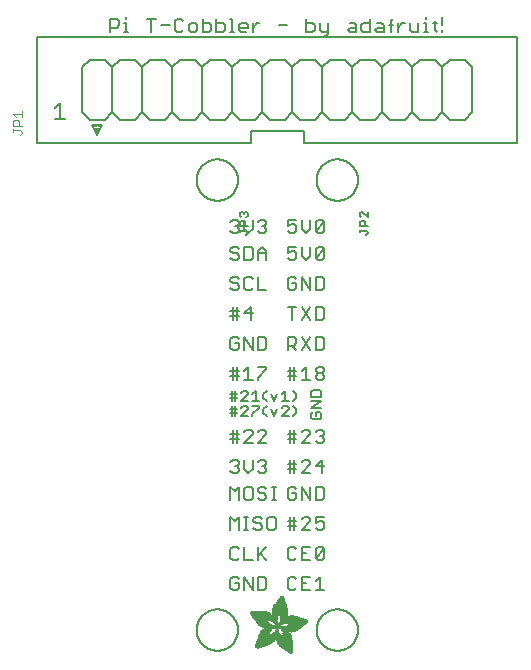
<source format=gbr>
G04 EAGLE Gerber RS-274X export*
G75*
%MOMM*%
%FSLAX34Y34*%
%LPD*%
%INSilkscreen Top*%
%IPPOS*%
%AMOC8*
5,1,8,0,0,1.08239X$1,22.5*%
G01*
%ADD10C,0.203200*%
%ADD11C,0.152400*%
%ADD12R,0.508000X0.254000*%
%ADD13R,0.381000X0.127000*%
%ADD14R,0.254000X0.254000*%
%ADD15C,0.076200*%
%ADD16R,0.068600X0.007600*%
%ADD17R,0.114300X0.007600*%
%ADD18R,0.152400X0.007700*%
%ADD19R,0.182900X0.007600*%
%ADD20R,0.205700X0.007600*%
%ADD21R,0.228600X0.007600*%
%ADD22R,0.259100X0.007600*%
%ADD23R,0.274300X0.007700*%
%ADD24R,0.289500X0.007600*%
%ADD25R,0.304800X0.007600*%
%ADD26R,0.320100X0.007600*%
%ADD27R,0.342900X0.007600*%
%ADD28R,0.350500X0.007700*%
%ADD29R,0.365800X0.007600*%
%ADD30R,0.381000X0.007600*%
%ADD31R,0.388600X0.007600*%
%ADD32R,0.403800X0.007600*%
%ADD33R,0.419100X0.007700*%
%ADD34R,0.426700X0.007600*%
%ADD35R,0.441900X0.007600*%
%ADD36R,0.449600X0.007600*%
%ADD37R,0.464800X0.007600*%
%ADD38R,0.480000X0.007700*%
%ADD39R,0.487600X0.007600*%
%ADD40R,0.495300X0.007600*%
%ADD41R,0.510500X0.007600*%
%ADD42R,0.518100X0.007600*%
%ADD43R,0.525700X0.007700*%
%ADD44R,0.541000X0.007600*%
%ADD45R,0.548600X0.007600*%
%ADD46R,0.563800X0.007600*%
%ADD47R,0.571500X0.007600*%
%ADD48R,0.579100X0.007700*%
%ADD49R,0.594300X0.007600*%
%ADD50R,0.601900X0.007600*%
%ADD51R,0.609600X0.007600*%
%ADD52R,0.624800X0.007600*%
%ADD53R,0.632400X0.007700*%
%ADD54R,0.640000X0.007600*%
%ADD55R,0.655300X0.007600*%
%ADD56R,0.662900X0.007600*%
%ADD57R,0.678100X0.007600*%
%ADD58R,0.685800X0.007700*%
%ADD59R,0.693400X0.007600*%
%ADD60R,0.708600X0.007600*%
%ADD61R,0.716200X0.007600*%
%ADD62R,0.723900X0.007600*%
%ADD63R,0.739100X0.007700*%
%ADD64R,0.746700X0.007600*%
%ADD65R,0.754300X0.007600*%
%ADD66R,0.769600X0.007600*%
%ADD67R,0.777200X0.007600*%
%ADD68R,0.792400X0.007700*%
%ADD69R,0.800100X0.007600*%
%ADD70R,0.807700X0.007600*%
%ADD71R,0.822900X0.007600*%
%ADD72R,0.830500X0.007600*%
%ADD73R,0.838200X0.007700*%
%ADD74R,0.091500X0.007600*%
%ADD75R,0.853400X0.007600*%
%ADD76R,0.144700X0.007600*%
%ADD77R,0.861000X0.007600*%
%ADD78R,0.190500X0.007600*%
%ADD79R,0.876300X0.007600*%
%ADD80R,0.221000X0.007600*%
%ADD81R,0.883900X0.007600*%
%ADD82R,0.259000X0.007700*%
%ADD83R,0.891500X0.007700*%
%ADD84R,0.289600X0.007600*%
%ADD85R,0.906700X0.007600*%
%ADD86R,0.914400X0.007600*%
%ADD87R,0.350500X0.007600*%
%ADD88R,0.922000X0.007600*%
%ADD89R,0.937200X0.007600*%
%ADD90R,0.411400X0.007700*%
%ADD91R,0.944800X0.007700*%
%ADD92R,0.434300X0.007600*%
%ADD93R,0.952500X0.007600*%
%ADD94R,0.464900X0.007600*%
%ADD95R,0.967700X0.007600*%
%ADD96R,0.975300X0.007600*%
%ADD97R,0.518200X0.007600*%
%ADD98R,0.990600X0.007600*%
%ADD99R,0.548600X0.007700*%
%ADD100R,0.998200X0.007700*%
%ADD101R,1.005800X0.007600*%
%ADD102R,0.594400X0.007600*%
%ADD103R,1.021000X0.007600*%
%ADD104R,0.617200X0.007600*%
%ADD105R,1.028700X0.007600*%
%ADD106R,0.647700X0.007600*%
%ADD107R,1.036300X0.007600*%
%ADD108R,0.670500X0.007700*%
%ADD109R,1.051500X0.007700*%
%ADD110R,1.059100X0.007600*%
%ADD111R,0.716300X0.007600*%
%ADD112R,1.066800X0.007600*%
%ADD113R,0.739100X0.007600*%
%ADD114R,1.074400X0.007600*%
%ADD115R,0.762000X0.007600*%
%ADD116R,1.089600X0.007600*%
%ADD117R,0.784800X0.007700*%
%ADD118R,1.097200X0.007700*%
%ADD119R,1.104900X0.007600*%
%ADD120R,0.830600X0.007600*%
%ADD121R,1.112500X0.007600*%
%ADD122R,0.845800X0.007600*%
%ADD123R,1.120100X0.007600*%
%ADD124R,0.868700X0.007600*%
%ADD125R,1.127700X0.007600*%
%ADD126R,1.135300X0.007700*%
%ADD127R,1.143000X0.007600*%
%ADD128R,0.944900X0.007600*%
%ADD129R,1.150600X0.007600*%
%ADD130R,0.960100X0.007600*%
%ADD131R,1.158200X0.007600*%
%ADD132R,0.983000X0.007600*%
%ADD133R,1.165800X0.007600*%
%ADD134R,1.005900X0.007700*%
%ADD135R,1.173400X0.007700*%
%ADD136R,1.021100X0.007600*%
%ADD137R,1.181100X0.007600*%
%ADD138R,1.044000X0.007600*%
%ADD139R,1.188700X0.007600*%
%ADD140R,1.196300X0.007600*%
%ADD141R,1.082000X0.007600*%
%ADD142R,1.203900X0.007600*%
%ADD143R,1.104900X0.007700*%
%ADD144R,1.211500X0.007700*%
%ADD145R,1.211500X0.007600*%
%ADD146R,1.219200X0.007600*%
%ADD147R,1.226800X0.007600*%
%ADD148R,1.234400X0.007600*%
%ADD149R,1.188700X0.007700*%
%ADD150R,1.242000X0.007700*%
%ADD151R,1.242000X0.007600*%
%ADD152R,1.211600X0.007600*%
%ADD153R,1.249600X0.007600*%
%ADD154R,1.257300X0.007600*%
%ADD155R,1.264900X0.007600*%
%ADD156R,1.242100X0.007700*%
%ADD157R,1.264900X0.007700*%
%ADD158R,1.272500X0.007600*%
%ADD159R,1.265000X0.007600*%
%ADD160R,1.280100X0.007600*%
%ADD161R,1.272600X0.007600*%
%ADD162R,1.287700X0.007600*%
%ADD163R,1.287800X0.007600*%
%ADD164R,1.295400X0.007700*%
%ADD165R,1.303000X0.007600*%
%ADD166R,1.318200X0.007600*%
%ADD167R,1.310600X0.007600*%
%ADD168R,1.325900X0.007600*%
%ADD169R,1.341100X0.007700*%
%ADD170R,1.318200X0.007700*%
%ADD171R,1.341100X0.007600*%
%ADD172R,1.325800X0.007600*%
%ADD173R,1.348700X0.007600*%
%ADD174R,1.364000X0.007600*%
%ADD175R,1.333500X0.007600*%
%ADD176R,1.371600X0.007700*%
%ADD177R,1.379200X0.007600*%
%ADD178R,1.379300X0.007600*%
%ADD179R,1.386900X0.007600*%
%ADD180R,1.394500X0.007600*%
%ADD181R,1.356300X0.007600*%
%ADD182R,1.394400X0.007700*%
%ADD183R,1.356300X0.007700*%
%ADD184R,1.402000X0.007600*%
%ADD185R,1.409700X0.007600*%
%ADD186R,1.363900X0.007600*%
%ADD187R,1.417300X0.007600*%
%ADD188R,1.371600X0.007600*%
%ADD189R,1.424900X0.007700*%
%ADD190R,1.424900X0.007600*%
%ADD191R,1.432600X0.007600*%
%ADD192R,1.440200X0.007600*%
%ADD193R,1.386800X0.007600*%
%ADD194R,1.447800X0.007700*%
%ADD195R,1.386800X0.007700*%
%ADD196R,1.447800X0.007600*%
%ADD197R,1.455500X0.007600*%
%ADD198R,1.394400X0.007600*%
%ADD199R,1.463100X0.007600*%
%ADD200R,1.455400X0.007700*%
%ADD201R,1.463000X0.007600*%
%ADD202R,1.470600X0.007600*%
%ADD203R,1.470600X0.007700*%
%ADD204R,1.409700X0.007700*%
%ADD205R,1.470700X0.007600*%
%ADD206R,1.402100X0.007600*%
%ADD207R,1.478300X0.007600*%
%ADD208R,1.478300X0.007700*%
%ADD209R,1.402100X0.007700*%
%ADD210R,1.485900X0.007600*%
%ADD211R,1.485900X0.007700*%
%ADD212R,1.493500X0.007700*%
%ADD213R,1.493500X0.007600*%
%ADD214R,1.394500X0.007700*%
%ADD215R,1.493600X0.007700*%
%ADD216R,1.386900X0.007700*%
%ADD217R,1.379200X0.007700*%
%ADD218R,2.857500X0.007700*%
%ADD219R,2.857500X0.007600*%
%ADD220R,2.849900X0.007600*%
%ADD221R,2.842300X0.007600*%
%ADD222R,2.834700X0.007700*%
%ADD223R,2.827000X0.007600*%
%ADD224R,2.819400X0.007600*%
%ADD225R,2.811800X0.007600*%
%ADD226R,2.811800X0.007700*%
%ADD227R,2.804100X0.007600*%
%ADD228R,2.796500X0.007600*%
%ADD229R,1.966000X0.007600*%
%ADD230R,1.943100X0.007600*%
%ADD231R,0.754400X0.007600*%
%ADD232R,1.927900X0.007700*%
%ADD233R,0.746700X0.007700*%
%ADD234R,1.912600X0.007600*%
%ADD235R,0.731500X0.007600*%
%ADD236R,1.905000X0.007600*%
%ADD237R,1.882200X0.007600*%
%ADD238R,1.874600X0.007600*%
%ADD239R,1.866900X0.007700*%
%ADD240R,0.708700X0.007700*%
%ADD241R,1.851600X0.007600*%
%ADD242R,0.701100X0.007600*%
%ADD243R,1.844000X0.007600*%
%ADD244R,1.836400X0.007600*%
%ADD245R,1.821200X0.007600*%
%ADD246R,0.685800X0.007600*%
%ADD247R,1.813500X0.007700*%
%ADD248R,1.805900X0.007600*%
%ADD249R,0.678200X0.007600*%
%ADD250R,1.790700X0.007600*%
%ADD251R,0.670600X0.007600*%
%ADD252R,1.775500X0.007600*%
%ADD253R,1.767900X0.007700*%
%ADD254R,0.663000X0.007700*%
%ADD255R,1.760200X0.007600*%
%ADD256R,1.752600X0.007600*%
%ADD257R,0.937300X0.007600*%
%ADD258R,0.792500X0.007600*%
%ADD259R,0.899100X0.007600*%
%ADD260R,0.883900X0.007700*%
%ADD261R,0.716300X0.007700*%
%ADD262R,0.647700X0.007700*%
%ADD263R,0.640100X0.007600*%
%ADD264R,0.632500X0.007600*%
%ADD265R,0.655400X0.007600*%
%ADD266R,0.632400X0.007600*%
%ADD267R,0.845800X0.007700*%
%ADD268R,0.617200X0.007700*%
%ADD269R,0.624800X0.007700*%
%ADD270R,0.602000X0.007600*%
%ADD271R,0.838200X0.007600*%
%ADD272R,0.586700X0.007600*%
%ADD273R,0.548700X0.007600*%
%ADD274R,0.830500X0.007700*%
%ADD275R,0.541000X0.007700*%
%ADD276R,0.594300X0.007700*%
%ADD277R,0.525800X0.007600*%
%ADD278R,0.586800X0.007600*%
%ADD279R,0.815300X0.007600*%
%ADD280R,0.579200X0.007600*%
%ADD281R,0.815400X0.007600*%
%ADD282R,0.815400X0.007700*%
%ADD283R,0.571500X0.007700*%
%ADD284R,0.807800X0.007600*%
%ADD285R,0.563900X0.007600*%
%ADD286R,0.457200X0.007600*%
%ADD287R,0.442000X0.007600*%
%ADD288R,0.556300X0.007600*%
%ADD289R,0.807700X0.007700*%
%ADD290R,0.411500X0.007600*%
%ADD291R,0.533400X0.007600*%
%ADD292R,0.076200X0.007600*%
%ADD293R,0.403900X0.007600*%
%ADD294R,0.525700X0.007600*%
%ADD295R,0.388700X0.007600*%
%ADD296R,0.297200X0.007600*%
%ADD297R,0.373400X0.007700*%
%ADD298R,0.503000X0.007700*%
%ADD299R,0.426800X0.007700*%
%ADD300R,0.358100X0.007600*%
%ADD301R,0.502900X0.007600*%
%ADD302R,0.472400X0.007600*%
%ADD303R,0.487700X0.007600*%
%ADD304R,0.335300X0.007600*%
%ADD305R,0.792500X0.007700*%
%ADD306R,0.327600X0.007700*%
%ADD307R,0.472400X0.007700*%
%ADD308R,0.640000X0.007700*%
%ADD309R,0.784800X0.007600*%
%ADD310R,0.320000X0.007600*%
%ADD311R,0.792400X0.007600*%
%ADD312R,1.173400X0.007600*%
%ADD313R,1.196400X0.007600*%
%ADD314R,0.784900X0.007600*%
%ADD315R,0.784900X0.007700*%
%ADD316R,0.297200X0.007700*%
%ADD317R,1.249700X0.007600*%
%ADD318R,0.281900X0.007600*%
%ADD319R,1.295400X0.007600*%
%ADD320R,0.266700X0.007600*%
%ADD321R,0.777300X0.007700*%
%ADD322R,0.266700X0.007700*%
%ADD323R,1.333500X0.007700*%
%ADD324R,0.777300X0.007600*%
%ADD325R,1.348800X0.007600*%
%ADD326R,0.251500X0.007600*%
%ADD327R,0.243900X0.007700*%
%ADD328R,0.243900X0.007600*%
%ADD329R,1.440100X0.007600*%
%ADD330R,0.236200X0.007600*%
%ADD331R,0.762000X0.007700*%
%ADD332R,0.236200X0.007700*%
%ADD333R,1.508700X0.007700*%
%ADD334R,1.531600X0.007600*%
%ADD335R,1.546900X0.007600*%
%ADD336R,1.569700X0.007600*%
%ADD337R,1.585000X0.007600*%
%ADD338R,0.746800X0.007700*%
%ADD339R,1.607800X0.007700*%
%ADD340R,0.243800X0.007600*%
%ADD341R,1.630700X0.007600*%
%ADD342R,1.653500X0.007600*%
%ADD343R,0.739200X0.007600*%
%ADD344R,1.684000X0.007600*%
%ADD345R,2.019300X0.007600*%
%ADD346R,0.731500X0.007700*%
%ADD347R,2.026900X0.007700*%
%ADD348R,2.049800X0.007600*%
%ADD349R,2.057400X0.007600*%
%ADD350R,0.708700X0.007600*%
%ADD351R,2.072600X0.007600*%
%ADD352R,0.701000X0.007600*%
%ADD353R,2.095500X0.007600*%
%ADD354R,0.693500X0.007700*%
%ADD355R,2.110800X0.007700*%
%ADD356R,2.141200X0.007600*%
%ADD357R,0.060900X0.007600*%
%ADD358R,2.872700X0.007600*%
%ADD359R,3.124200X0.007600*%
%ADD360R,3.177600X0.007600*%
%ADD361R,3.215600X0.007700*%
%ADD362R,3.253700X0.007600*%
%ADD363R,3.284300X0.007600*%
%ADD364R,3.314700X0.007600*%
%ADD365R,3.352800X0.007600*%
%ADD366R,3.375600X0.007700*%
%ADD367R,3.406200X0.007600*%
%ADD368R,3.429000X0.007600*%
%ADD369R,3.451800X0.007600*%
%ADD370R,3.482400X0.007600*%
%ADD371R,1.828800X0.007700*%
%ADD372R,1.539300X0.007700*%
%ADD373R,1.767900X0.007600*%
%ADD374R,1.767800X0.007600*%
%ADD375R,1.760200X0.007700*%
%ADD376R,1.760300X0.007600*%
%ADD377R,1.775400X0.007700*%
%ADD378R,1.379300X0.007700*%
%ADD379R,1.783000X0.007600*%
%ADD380R,1.813500X0.007600*%
%ADD381R,1.821100X0.007700*%
%ADD382R,0.503000X0.007600*%
%ADD383R,1.135400X0.007600*%
%ADD384R,1.127700X0.007700*%
%ADD385R,0.487700X0.007700*%
%ADD386R,1.120200X0.007600*%
%ADD387R,1.097300X0.007600*%
%ADD388R,0.510600X0.007600*%
%ADD389R,1.074400X0.007700*%
%ADD390R,0.525800X0.007700*%
%ADD391R,1.440200X0.007700*%
%ADD392R,1.059200X0.007600*%
%ADD393R,1.051600X0.007600*%
%ADD394R,1.051500X0.007600*%
%ADD395R,1.043900X0.007700*%
%ADD396R,0.602000X0.007700*%
%ADD397R,1.524000X0.007600*%
%ADD398R,1.539300X0.007600*%
%ADD399R,1.592600X0.007600*%
%ADD400R,1.021100X0.007700*%
%ADD401R,1.615400X0.007700*%
%ADD402R,1.013400X0.007600*%
%ADD403R,1.653600X0.007600*%
%ADD404R,1.013500X0.007600*%
%ADD405R,1.699300X0.007600*%
%ADD406R,2.743200X0.007600*%
%ADD407R,1.005900X0.007600*%
%ADD408R,2.415500X0.007600*%
%ADD409R,1.005800X0.007700*%
%ADD410R,0.281900X0.007700*%
%ADD411R,2.408000X0.007700*%
%ADD412R,2.407900X0.007600*%
%ADD413R,0.998200X0.007600*%
%ADD414R,0.282000X0.007600*%
%ADD415R,0.998300X0.007600*%
%ADD416R,2.400300X0.007600*%
%ADD417R,0.289500X0.007700*%
%ADD418R,2.400300X0.007700*%
%ADD419R,0.297100X0.007600*%
%ADD420R,0.312400X0.007600*%
%ADD421R,2.392700X0.007600*%
%ADD422R,0.990600X0.007700*%
%ADD423R,0.327700X0.007700*%
%ADD424R,2.392700X0.007700*%
%ADD425R,2.385100X0.007600*%
%ADD426R,0.381000X0.007700*%
%ADD427R,2.377400X0.007700*%
%ADD428R,2.377400X0.007600*%
%ADD429R,2.369800X0.007600*%
%ADD430R,0.419100X0.007600*%
%ADD431R,2.362200X0.007600*%
%ADD432R,0.426800X0.007600*%
%ADD433R,1.036300X0.007700*%
%ADD434R,0.442000X0.007700*%
%ADD435R,2.354600X0.007700*%
%ADD436R,2.354600X0.007600*%
%ADD437R,0.480100X0.007600*%
%ADD438R,2.347000X0.007600*%
%ADD439R,1.074500X0.007600*%
%ADD440R,2.339400X0.007600*%
%ADD441R,1.082100X0.007700*%
%ADD442R,0.548700X0.007700*%
%ADD443R,2.331800X0.007700*%
%ADD444R,2.331800X0.007600*%
%ADD445R,0.624900X0.007600*%
%ADD446R,2.324100X0.007600*%
%ADD447R,1.859300X0.007600*%
%ADD448R,2.308800X0.007600*%
%ADD449R,2.301200X0.007700*%
%ADD450R,2.301200X0.007600*%
%ADD451R,2.293600X0.007600*%
%ADD452R,2.278400X0.007600*%
%ADD453R,1.889800X0.007600*%
%ADD454R,2.270700X0.007600*%
%ADD455R,1.897400X0.007700*%
%ADD456R,2.255500X0.007700*%
%ADD457R,1.897400X0.007600*%
%ADD458R,2.247900X0.007600*%
%ADD459R,2.232600X0.007600*%
%ADD460R,1.912700X0.007600*%
%ADD461R,2.209800X0.007600*%
%ADD462R,1.920300X0.007600*%
%ADD463R,2.186900X0.007600*%
%ADD464R,1.920300X0.007700*%
%ADD465R,2.171700X0.007700*%
%ADD466R,1.935500X0.007600*%
%ADD467R,2.148800X0.007600*%
%ADD468R,2.126000X0.007600*%
%ADD469R,1.950700X0.007600*%
%ADD470R,1.958400X0.007700*%
%ADD471R,2.042200X0.007700*%
%ADD472R,1.973600X0.007600*%
%ADD473R,1.996500X0.007600*%
%ADD474R,1.981200X0.007600*%
%ADD475R,1.988800X0.007600*%
%ADD476R,1.996400X0.007700*%
%ADD477R,1.996400X0.007600*%
%ADD478R,2.004100X0.007600*%
%ADD479R,1.874500X0.007600*%
%ADD480R,1.425000X0.007600*%
%ADD481R,2.026900X0.007600*%
%ADD482R,0.434400X0.007700*%
%ADD483R,1.364000X0.007700*%
%ADD484R,2.034500X0.007600*%
%ADD485R,0.434400X0.007600*%
%ADD486R,2.049700X0.007600*%
%ADD487R,2.065000X0.007700*%
%ADD488R,0.464800X0.007700*%
%ADD489R,1.196300X0.007700*%
%ADD490R,2.080300X0.007600*%
%ADD491R,1.158300X0.007600*%
%ADD492R,2.087900X0.007600*%
%ADD493R,0.472500X0.007600*%
%ADD494R,2.103100X0.007600*%
%ADD495R,2.118400X0.007600*%
%ADD496R,2.133600X0.007600*%
%ADD497R,2.148800X0.007700*%
%ADD498R,2.164000X0.007600*%
%ADD499R,2.171700X0.007600*%
%ADD500R,2.187000X0.007600*%
%ADD501R,0.556200X0.007600*%
%ADD502R,2.202200X0.007700*%
%ADD503R,0.556200X0.007700*%
%ADD504R,0.640100X0.007700*%
%ADD505R,0.579100X0.007600*%
%ADD506R,0.480000X0.007600*%
%ADD507R,1.752600X0.007700*%
%ADD508R,0.487600X0.007700*%
%ADD509R,0.594400X0.007700*%
%ADD510R,0.358100X0.007700*%
%ADD511R,0.099000X0.007600*%
%ADD512R,1.280200X0.007600*%
%ADD513R,1.745000X0.007600*%
%ADD514R,1.744900X0.007600*%
%ADD515R,1.737300X0.007700*%
%ADD516R,1.737400X0.007600*%
%ADD517R,1.729800X0.007600*%
%ADD518R,1.722200X0.007600*%
%ADD519R,1.722100X0.007600*%
%ADD520R,1.714500X0.007700*%
%ADD521R,1.356400X0.007700*%
%ADD522R,1.706900X0.007600*%
%ADD523R,1.356400X0.007600*%
%ADD524R,1.691700X0.007600*%
%ADD525R,1.668800X0.007700*%
%ADD526R,1.645900X0.007600*%
%ADD527R,1.623100X0.007600*%
%ADD528R,1.577400X0.007600*%
%ADD529R,1.554400X0.007600*%
%ADD530R,1.539200X0.007600*%
%ADD531R,1.524000X0.007700*%
%ADD532R,1.501100X0.007600*%
%ADD533R,1.455400X0.007600*%
%ADD534R,1.348800X0.007700*%
%ADD535R,1.318300X0.007600*%
%ADD536R,1.310600X0.007700*%
%ADD537R,1.287800X0.007700*%
%ADD538R,1.234500X0.007600*%
%ADD539R,1.226900X0.007600*%
%ADD540R,1.173500X0.007700*%
%ADD541R,1.173500X0.007600*%
%ADD542R,1.165900X0.007600*%
%ADD543R,1.143000X0.007700*%
%ADD544R,1.127800X0.007600*%
%ADD545R,1.097200X0.007600*%
%ADD546R,1.028700X0.007700*%
%ADD547R,0.982900X0.007600*%
%ADD548R,0.952500X0.007700*%
%ADD549R,0.929600X0.007600*%
%ADD550R,0.906800X0.007700*%
%ADD551R,0.906800X0.007600*%
%ADD552R,0.899200X0.007600*%
%ADD553R,0.884000X0.007600*%
%ADD554R,0.876300X0.007700*%
%ADD555R,0.830600X0.007700*%
%ADD556R,0.754400X0.007700*%
%ADD557R,0.746800X0.007600*%
%ADD558R,0.708600X0.007700*%
%ADD559R,0.678200X0.007700*%
%ADD560R,0.663000X0.007600*%
%ADD561R,0.632500X0.007700*%
%ADD562R,0.556300X0.007700*%
%ADD563R,0.518200X0.007700*%
%ADD564R,0.434300X0.007700*%
%ADD565R,0.396300X0.007700*%
%ADD566R,0.373300X0.007600*%
%ADD567R,0.365700X0.007600*%
%ADD568R,0.327700X0.007600*%
%ADD569R,0.304800X0.007700*%
%ADD570R,0.274300X0.007600*%
%ADD571R,0.243800X0.007700*%
%ADD572R,0.205800X0.007600*%
%ADD573R,0.152400X0.007600*%
%ADD574R,0.121900X0.007700*%


D10*
X-39624Y154694D02*
X-37845Y156473D01*
X-34285Y156473D01*
X-32506Y154694D01*
X-32506Y152914D01*
X-34285Y151135D01*
X-36065Y151135D01*
X-34285Y151135D02*
X-32506Y149355D01*
X-32506Y147576D01*
X-34285Y145796D01*
X-37845Y145796D01*
X-39624Y147576D01*
X-27930Y149355D02*
X-27930Y156473D01*
X-27930Y149355D02*
X-24371Y145796D01*
X-20812Y149355D01*
X-20812Y156473D01*
X-16236Y154694D02*
X-14457Y156473D01*
X-10898Y156473D01*
X-9118Y154694D01*
X-9118Y152914D01*
X-10898Y151135D01*
X-12677Y151135D01*
X-10898Y151135D02*
X-9118Y149355D01*
X-9118Y147576D01*
X-10898Y145796D01*
X-14457Y145796D01*
X-16236Y147576D01*
X-32506Y131834D02*
X-34285Y133613D01*
X-37845Y133613D01*
X-39624Y131834D01*
X-39624Y130054D01*
X-37845Y128275D01*
X-34285Y128275D01*
X-32506Y126495D01*
X-32506Y124716D01*
X-34285Y122936D01*
X-37845Y122936D01*
X-39624Y124716D01*
X-27930Y122936D02*
X-27930Y133613D01*
X-27930Y122936D02*
X-22591Y122936D01*
X-20812Y124716D01*
X-20812Y131834D01*
X-22591Y133613D01*
X-27930Y133613D01*
X-16236Y130054D02*
X-16236Y122936D01*
X-16236Y130054D02*
X-12677Y133613D01*
X-9118Y130054D01*
X-9118Y122936D01*
X-9118Y128275D02*
X-16236Y128275D01*
X-34285Y108213D02*
X-32506Y106434D01*
X-34285Y108213D02*
X-37845Y108213D01*
X-39624Y106434D01*
X-39624Y104654D01*
X-37845Y102875D01*
X-34285Y102875D01*
X-32506Y101095D01*
X-32506Y99316D01*
X-34285Y97536D01*
X-37845Y97536D01*
X-39624Y99316D01*
X-22591Y108213D02*
X-20812Y106434D01*
X-22591Y108213D02*
X-26151Y108213D01*
X-27930Y106434D01*
X-27930Y99316D01*
X-26151Y97536D01*
X-22591Y97536D01*
X-20812Y99316D01*
X-16236Y97536D02*
X-16236Y108213D01*
X-16236Y97536D02*
X-9118Y97536D01*
X-37845Y82813D02*
X-37845Y72136D01*
X-34285Y72136D02*
X-34285Y82813D01*
X-34285Y79254D02*
X-39624Y79254D01*
X-34285Y79254D02*
X-32506Y79254D01*
X-32506Y75695D02*
X-39624Y75695D01*
X-22591Y72136D02*
X-22591Y82813D01*
X-27930Y77475D01*
X-20812Y77475D01*
X-34285Y57413D02*
X-32506Y55634D01*
X-34285Y57413D02*
X-37845Y57413D01*
X-39624Y55634D01*
X-39624Y48516D01*
X-37845Y46736D01*
X-34285Y46736D01*
X-32506Y48516D01*
X-32506Y52075D01*
X-36065Y52075D01*
X-27930Y57413D02*
X-27930Y46736D01*
X-20812Y46736D02*
X-27930Y57413D01*
X-20812Y57413D02*
X-20812Y46736D01*
X-16236Y46736D02*
X-16236Y57413D01*
X-16236Y46736D02*
X-10898Y46736D01*
X-9118Y48516D01*
X-9118Y55634D01*
X-10898Y57413D01*
X-16236Y57413D01*
X-37845Y32013D02*
X-37845Y21336D01*
X-34285Y21336D02*
X-34285Y32013D01*
X-34285Y28454D02*
X-39624Y28454D01*
X-34285Y28454D02*
X-32506Y28454D01*
X-32506Y24895D02*
X-39624Y24895D01*
X-27930Y28454D02*
X-24371Y32013D01*
X-24371Y21336D01*
X-27930Y21336D02*
X-20812Y21336D01*
X-16236Y32013D02*
X-9118Y32013D01*
X-9118Y30234D01*
X-16236Y23116D01*
X-16236Y21336D01*
D11*
X-38437Y11945D02*
X-38437Y3302D01*
X-35556Y3302D02*
X-35556Y11945D01*
X-35556Y9064D02*
X-39878Y9064D01*
X-35556Y9064D02*
X-34116Y9064D01*
X-34116Y6183D02*
X-39878Y6183D01*
X-30523Y3302D02*
X-24761Y3302D01*
X-30523Y3302D02*
X-24761Y9064D01*
X-24761Y10505D01*
X-26201Y11945D01*
X-29082Y11945D01*
X-30523Y10505D01*
X-21168Y9064D02*
X-18287Y11945D01*
X-18287Y3302D01*
X-21168Y3302D02*
X-15405Y3302D01*
X-11812Y6183D02*
X-8931Y3302D01*
X-11812Y6183D02*
X-11812Y9064D01*
X-8931Y11945D01*
X-5576Y9064D02*
X-2695Y3302D01*
X187Y9064D01*
X3780Y9064D02*
X6661Y11945D01*
X6661Y3302D01*
X3780Y3302D02*
X9542Y3302D01*
X13135Y3302D02*
X16016Y6183D01*
X16016Y9064D01*
X13135Y11945D01*
D10*
X-37845Y-21327D02*
X-37845Y-32004D01*
X-34285Y-32004D02*
X-34285Y-21327D01*
X-34285Y-24886D02*
X-39624Y-24886D01*
X-34285Y-24886D02*
X-32506Y-24886D01*
X-32506Y-28445D02*
X-39624Y-28445D01*
X-27930Y-32004D02*
X-20812Y-32004D01*
X-27930Y-32004D02*
X-20812Y-24886D01*
X-20812Y-23106D01*
X-22591Y-21327D01*
X-26151Y-21327D01*
X-27930Y-23106D01*
X-16236Y-32004D02*
X-9118Y-32004D01*
X-16236Y-32004D02*
X-9118Y-24886D01*
X-9118Y-23106D01*
X-10898Y-21327D01*
X-14457Y-21327D01*
X-16236Y-23106D01*
X-37845Y-46727D02*
X-39624Y-48506D01*
X-37845Y-46727D02*
X-34285Y-46727D01*
X-32506Y-48506D01*
X-32506Y-50286D01*
X-34285Y-52065D01*
X-36065Y-52065D01*
X-34285Y-52065D02*
X-32506Y-53845D01*
X-32506Y-55625D01*
X-34285Y-57404D01*
X-37845Y-57404D01*
X-39624Y-55625D01*
X-27930Y-53845D02*
X-27930Y-46727D01*
X-27930Y-53845D02*
X-24371Y-57404D01*
X-20812Y-53845D01*
X-20812Y-46727D01*
X-16236Y-48506D02*
X-14457Y-46727D01*
X-10898Y-46727D01*
X-9118Y-48506D01*
X-9118Y-50286D01*
X-10898Y-52065D01*
X-12677Y-52065D01*
X-10898Y-52065D02*
X-9118Y-53845D01*
X-9118Y-55625D01*
X-10898Y-57404D01*
X-14457Y-57404D01*
X-16236Y-55625D01*
X-39624Y-69587D02*
X-39624Y-80264D01*
X-36065Y-73146D02*
X-39624Y-69587D01*
X-36065Y-73146D02*
X-32506Y-69587D01*
X-32506Y-80264D01*
X-26151Y-69587D02*
X-22591Y-69587D01*
X-26151Y-69587D02*
X-27930Y-71366D01*
X-27930Y-78485D01*
X-26151Y-80264D01*
X-22591Y-80264D01*
X-20812Y-78485D01*
X-20812Y-71366D01*
X-22591Y-69587D01*
X-10898Y-69587D02*
X-9118Y-71366D01*
X-10898Y-69587D02*
X-14457Y-69587D01*
X-16236Y-71366D01*
X-16236Y-73146D01*
X-14457Y-74925D01*
X-10898Y-74925D01*
X-9118Y-76705D01*
X-9118Y-78485D01*
X-10898Y-80264D01*
X-14457Y-80264D01*
X-16236Y-78485D01*
X-4542Y-80264D02*
X-983Y-80264D01*
X-2763Y-80264D02*
X-2763Y-69587D01*
X-4542Y-69587D02*
X-983Y-69587D01*
X-39624Y-94987D02*
X-39624Y-105664D01*
X-36065Y-98546D02*
X-39624Y-94987D01*
X-36065Y-98546D02*
X-32506Y-94987D01*
X-32506Y-105664D01*
X-27930Y-105664D02*
X-24371Y-105664D01*
X-26151Y-105664D02*
X-26151Y-94987D01*
X-27930Y-94987D02*
X-24371Y-94987D01*
X-14796Y-94987D02*
X-13016Y-96766D01*
X-14796Y-94987D02*
X-18355Y-94987D01*
X-20134Y-96766D01*
X-20134Y-98546D01*
X-18355Y-100325D01*
X-14796Y-100325D01*
X-13016Y-102105D01*
X-13016Y-103885D01*
X-14796Y-105664D01*
X-18355Y-105664D01*
X-20134Y-103885D01*
X-6661Y-94987D02*
X-3102Y-94987D01*
X-6661Y-94987D02*
X-8440Y-96766D01*
X-8440Y-103885D01*
X-6661Y-105664D01*
X-3102Y-105664D01*
X-1322Y-103885D01*
X-1322Y-96766D01*
X-3102Y-94987D01*
X-32506Y-122166D02*
X-34285Y-120387D01*
X-37845Y-120387D01*
X-39624Y-122166D01*
X-39624Y-129285D01*
X-37845Y-131064D01*
X-34285Y-131064D01*
X-32506Y-129285D01*
X-27930Y-131064D02*
X-27930Y-120387D01*
X-27930Y-131064D02*
X-20812Y-131064D01*
X-16236Y-131064D02*
X-16236Y-120387D01*
X-16236Y-127505D02*
X-9118Y-120387D01*
X-14457Y-125725D02*
X-9118Y-131064D01*
X-32506Y-147566D02*
X-34285Y-145787D01*
X-37845Y-145787D01*
X-39624Y-147566D01*
X-39624Y-154685D01*
X-37845Y-156464D01*
X-34285Y-156464D01*
X-32506Y-154685D01*
X-32506Y-151125D01*
X-36065Y-151125D01*
X-27930Y-145787D02*
X-27930Y-156464D01*
X-20812Y-156464D02*
X-27930Y-145787D01*
X-20812Y-145787D02*
X-20812Y-156464D01*
X-16236Y-156464D02*
X-16236Y-145787D01*
X-16236Y-156464D02*
X-10898Y-156464D01*
X-9118Y-154685D01*
X-9118Y-147566D01*
X-10898Y-145787D01*
X-16236Y-145787D01*
X9114Y156473D02*
X16232Y156473D01*
X9114Y156473D02*
X9114Y151135D01*
X12673Y152914D01*
X14453Y152914D01*
X16232Y151135D01*
X16232Y147576D01*
X14453Y145796D01*
X10894Y145796D01*
X9114Y147576D01*
X20808Y149355D02*
X20808Y156473D01*
X20808Y149355D02*
X24367Y145796D01*
X27926Y149355D01*
X27926Y156473D01*
X32502Y154694D02*
X32502Y147576D01*
X32502Y154694D02*
X34281Y156473D01*
X37841Y156473D01*
X39620Y154694D01*
X39620Y147576D01*
X37841Y145796D01*
X34281Y145796D01*
X32502Y147576D01*
X39620Y154694D01*
X16232Y133613D02*
X9114Y133613D01*
X9114Y128275D01*
X12673Y130054D01*
X14453Y130054D01*
X16232Y128275D01*
X16232Y124716D01*
X14453Y122936D01*
X10894Y122936D01*
X9114Y124716D01*
X20808Y126495D02*
X20808Y133613D01*
X20808Y126495D02*
X24367Y122936D01*
X27926Y126495D01*
X27926Y133613D01*
X32502Y131834D02*
X32502Y124716D01*
X32502Y131834D02*
X34281Y133613D01*
X37841Y133613D01*
X39620Y131834D01*
X39620Y124716D01*
X37841Y122936D01*
X34281Y122936D01*
X32502Y124716D01*
X39620Y131834D01*
X14453Y108213D02*
X16232Y106434D01*
X14453Y108213D02*
X10894Y108213D01*
X9114Y106434D01*
X9114Y99316D01*
X10894Y97536D01*
X14453Y97536D01*
X16232Y99316D01*
X16232Y102875D01*
X12673Y102875D01*
X20808Y108213D02*
X20808Y97536D01*
X27926Y97536D02*
X20808Y108213D01*
X27926Y108213D02*
X27926Y97536D01*
X32502Y97536D02*
X32502Y108213D01*
X32502Y97536D02*
X37841Y97536D01*
X39620Y99316D01*
X39620Y106434D01*
X37841Y108213D01*
X32502Y108213D01*
X12673Y82813D02*
X12673Y72136D01*
X9114Y82813D02*
X16232Y82813D01*
X20808Y82813D02*
X27926Y72136D01*
X20808Y72136D02*
X27926Y82813D01*
X32502Y82813D02*
X32502Y72136D01*
X37841Y72136D01*
X39620Y73916D01*
X39620Y81034D01*
X37841Y82813D01*
X32502Y82813D01*
X9114Y57413D02*
X9114Y46736D01*
X9114Y57413D02*
X14453Y57413D01*
X16232Y55634D01*
X16232Y52075D01*
X14453Y50295D01*
X9114Y50295D01*
X12673Y50295D02*
X16232Y46736D01*
X20808Y57413D02*
X27926Y46736D01*
X20808Y46736D02*
X27926Y57413D01*
X32502Y57413D02*
X32502Y46736D01*
X37841Y46736D01*
X39620Y48516D01*
X39620Y55634D01*
X37841Y57413D01*
X32502Y57413D01*
X10894Y32013D02*
X10894Y21336D01*
X14453Y21336D02*
X14453Y32013D01*
X14453Y28454D02*
X9114Y28454D01*
X14453Y28454D02*
X16232Y28454D01*
X16232Y24895D02*
X9114Y24895D01*
X20808Y28454D02*
X24367Y32013D01*
X24367Y21336D01*
X20808Y21336D02*
X27926Y21336D01*
X32502Y30234D02*
X34281Y32013D01*
X37841Y32013D01*
X39620Y30234D01*
X39620Y28454D01*
X37841Y26675D01*
X39620Y24895D01*
X39620Y23116D01*
X37841Y21336D01*
X34281Y21336D01*
X32502Y23116D01*
X32502Y24895D01*
X34281Y26675D01*
X32502Y28454D01*
X32502Y30234D01*
X34281Y26675D02*
X37841Y26675D01*
D11*
X30135Y-6301D02*
X28695Y-7742D01*
X28695Y-10623D01*
X30135Y-12064D01*
X35897Y-12064D01*
X37338Y-10623D01*
X37338Y-7742D01*
X35897Y-6301D01*
X33016Y-6301D01*
X33016Y-9182D01*
X28695Y-2708D02*
X37338Y-2708D01*
X37338Y3054D02*
X28695Y-2708D01*
X28695Y3054D02*
X37338Y3054D01*
X37338Y6647D02*
X28695Y6647D01*
X37338Y6647D02*
X37338Y10969D01*
X35897Y12409D01*
X30135Y12409D01*
X28695Y10969D01*
X28695Y6647D01*
D10*
X10894Y-21327D02*
X10894Y-32004D01*
X14453Y-32004D02*
X14453Y-21327D01*
X14453Y-24886D02*
X9114Y-24886D01*
X14453Y-24886D02*
X16232Y-24886D01*
X16232Y-28445D02*
X9114Y-28445D01*
X20808Y-32004D02*
X27926Y-32004D01*
X20808Y-32004D02*
X27926Y-24886D01*
X27926Y-23106D01*
X26147Y-21327D01*
X22588Y-21327D01*
X20808Y-23106D01*
X32502Y-23106D02*
X34281Y-21327D01*
X37841Y-21327D01*
X39620Y-23106D01*
X39620Y-24886D01*
X37841Y-26665D01*
X36061Y-26665D01*
X37841Y-26665D02*
X39620Y-28445D01*
X39620Y-30225D01*
X37841Y-32004D01*
X34281Y-32004D01*
X32502Y-30225D01*
X10894Y-46727D02*
X10894Y-57404D01*
X14453Y-57404D02*
X14453Y-46727D01*
X14453Y-50286D02*
X9114Y-50286D01*
X14453Y-50286D02*
X16232Y-50286D01*
X16232Y-53845D02*
X9114Y-53845D01*
X20808Y-57404D02*
X27926Y-57404D01*
X20808Y-57404D02*
X27926Y-50286D01*
X27926Y-48506D01*
X26147Y-46727D01*
X22588Y-46727D01*
X20808Y-48506D01*
X37841Y-46727D02*
X37841Y-57404D01*
X32502Y-52065D02*
X37841Y-46727D01*
X39620Y-52065D02*
X32502Y-52065D01*
X14453Y-69587D02*
X16232Y-71366D01*
X14453Y-69587D02*
X10894Y-69587D01*
X9114Y-71366D01*
X9114Y-78485D01*
X10894Y-80264D01*
X14453Y-80264D01*
X16232Y-78485D01*
X16232Y-74925D01*
X12673Y-74925D01*
X20808Y-69587D02*
X20808Y-80264D01*
X27926Y-80264D02*
X20808Y-69587D01*
X27926Y-69587D02*
X27926Y-80264D01*
X32502Y-80264D02*
X32502Y-69587D01*
X32502Y-80264D02*
X37841Y-80264D01*
X39620Y-78485D01*
X39620Y-71366D01*
X37841Y-69587D01*
X32502Y-69587D01*
X10894Y-94987D02*
X10894Y-105664D01*
X14453Y-105664D02*
X14453Y-94987D01*
X14453Y-98546D02*
X9114Y-98546D01*
X14453Y-98546D02*
X16232Y-98546D01*
X16232Y-102105D02*
X9114Y-102105D01*
X20808Y-105664D02*
X27926Y-105664D01*
X20808Y-105664D02*
X27926Y-98546D01*
X27926Y-96766D01*
X26147Y-94987D01*
X22588Y-94987D01*
X20808Y-96766D01*
X32502Y-94987D02*
X39620Y-94987D01*
X32502Y-94987D02*
X32502Y-100325D01*
X36061Y-98546D01*
X37841Y-98546D01*
X39620Y-100325D01*
X39620Y-103885D01*
X37841Y-105664D01*
X34281Y-105664D01*
X32502Y-103885D01*
X14453Y-120387D02*
X16232Y-122166D01*
X14453Y-120387D02*
X10894Y-120387D01*
X9114Y-122166D01*
X9114Y-129285D01*
X10894Y-131064D01*
X14453Y-131064D01*
X16232Y-129285D01*
X20808Y-120387D02*
X27926Y-120387D01*
X20808Y-120387D02*
X20808Y-131064D01*
X27926Y-131064D01*
X24367Y-125725D02*
X20808Y-125725D01*
X32502Y-129285D02*
X32502Y-122166D01*
X34281Y-120387D01*
X37841Y-120387D01*
X39620Y-122166D01*
X39620Y-129285D01*
X37841Y-131064D01*
X34281Y-131064D01*
X32502Y-129285D01*
X39620Y-122166D01*
X14453Y-145787D02*
X16232Y-147566D01*
X14453Y-145787D02*
X10894Y-145787D01*
X9114Y-147566D01*
X9114Y-154685D01*
X10894Y-156464D01*
X14453Y-156464D01*
X16232Y-154685D01*
X20808Y-145787D02*
X27926Y-145787D01*
X20808Y-145787D02*
X20808Y-156464D01*
X27926Y-156464D01*
X24367Y-151125D02*
X20808Y-151125D01*
X32502Y-149346D02*
X36061Y-145787D01*
X36061Y-156464D01*
X32502Y-156464D02*
X39620Y-156464D01*
X-141224Y315976D02*
X-141224Y326653D01*
X-135885Y326653D01*
X-134106Y324874D01*
X-134106Y321315D01*
X-135885Y319535D01*
X-141224Y319535D01*
X-129530Y323094D02*
X-127751Y323094D01*
X-127751Y315976D01*
X-129530Y315976D02*
X-125971Y315976D01*
X-127751Y326653D02*
X-127751Y328433D01*
X-106481Y326653D02*
X-106481Y315976D01*
X-110040Y326653D02*
X-102922Y326653D01*
X-98346Y321315D02*
X-91228Y321315D01*
X-81314Y326653D02*
X-79534Y324874D01*
X-81314Y326653D02*
X-84873Y326653D01*
X-86652Y324874D01*
X-86652Y317756D01*
X-84873Y315976D01*
X-81314Y315976D01*
X-79534Y317756D01*
X-73179Y315976D02*
X-69620Y315976D01*
X-67840Y317756D01*
X-67840Y321315D01*
X-69620Y323094D01*
X-73179Y323094D01*
X-74958Y321315D01*
X-74958Y317756D01*
X-73179Y315976D01*
X-63264Y315976D02*
X-63264Y326653D01*
X-63264Y315976D02*
X-57926Y315976D01*
X-56146Y317756D01*
X-56146Y321315D01*
X-57926Y323094D01*
X-63264Y323094D01*
X-51570Y326653D02*
X-51570Y315976D01*
X-46232Y315976D01*
X-44452Y317756D01*
X-44452Y321315D01*
X-46232Y323094D01*
X-51570Y323094D01*
X-39876Y326653D02*
X-38097Y326653D01*
X-38097Y315976D01*
X-39876Y315976D02*
X-36317Y315976D01*
X-30301Y315976D02*
X-26742Y315976D01*
X-30301Y315976D02*
X-32080Y317756D01*
X-32080Y321315D01*
X-30301Y323094D01*
X-26742Y323094D01*
X-24962Y321315D01*
X-24962Y319535D01*
X-32080Y319535D01*
X-20386Y315976D02*
X-20386Y323094D01*
X-20386Y319535D02*
X-16827Y323094D01*
X-15048Y323094D01*
X1053Y321315D02*
X8171Y321315D01*
X24441Y326653D02*
X24441Y315976D01*
X29779Y315976D01*
X31559Y317756D01*
X31559Y321315D01*
X29779Y323094D01*
X24441Y323094D01*
X36135Y323094D02*
X36135Y317756D01*
X37914Y315976D01*
X43253Y315976D01*
X43253Y314197D02*
X43253Y323094D01*
X43253Y314197D02*
X41473Y312417D01*
X39694Y312417D01*
X61302Y323094D02*
X64861Y323094D01*
X66641Y321315D01*
X66641Y315976D01*
X61302Y315976D01*
X59522Y317756D01*
X61302Y319535D01*
X66641Y319535D01*
X78334Y315976D02*
X78334Y326653D01*
X78334Y315976D02*
X72996Y315976D01*
X71216Y317756D01*
X71216Y321315D01*
X72996Y323094D01*
X78334Y323094D01*
X84690Y323094D02*
X88249Y323094D01*
X90028Y321315D01*
X90028Y315976D01*
X84690Y315976D01*
X82910Y317756D01*
X84690Y319535D01*
X90028Y319535D01*
X96384Y315976D02*
X96384Y324874D01*
X98163Y326653D01*
X98163Y321315D02*
X94604Y321315D01*
X102400Y323094D02*
X102400Y315976D01*
X102400Y319535D02*
X105959Y323094D01*
X107739Y323094D01*
X112145Y323094D02*
X112145Y317756D01*
X113925Y315976D01*
X119263Y315976D01*
X119263Y323094D01*
X123839Y323094D02*
X125619Y323094D01*
X125619Y315976D01*
X127398Y315976D02*
X123839Y315976D01*
X125619Y326653D02*
X125619Y328433D01*
X133415Y324874D02*
X133415Y317756D01*
X135194Y315976D01*
X135194Y323094D02*
X131635Y323094D01*
X139431Y317756D02*
X139431Y315976D01*
X139431Y321315D02*
X139431Y328433D01*
D11*
X-38437Y-755D02*
X-38437Y-9398D01*
X-35556Y-9398D02*
X-35556Y-755D01*
X-35556Y-3636D02*
X-39878Y-3636D01*
X-35556Y-3636D02*
X-34116Y-3636D01*
X-34116Y-6517D02*
X-39878Y-6517D01*
X-30523Y-9398D02*
X-24761Y-9398D01*
X-30523Y-9398D02*
X-24761Y-3636D01*
X-24761Y-2195D01*
X-26201Y-755D01*
X-29082Y-755D01*
X-30523Y-2195D01*
X-21168Y-755D02*
X-15405Y-755D01*
X-15405Y-2195D01*
X-21168Y-7957D01*
X-21168Y-9398D01*
X-11812Y-6517D02*
X-8931Y-9398D01*
X-11812Y-6517D02*
X-11812Y-3636D01*
X-8931Y-755D01*
X-5576Y-3636D02*
X-2695Y-9398D01*
X187Y-3636D01*
X3780Y-9398D02*
X9542Y-9398D01*
X3780Y-9398D02*
X9542Y-3636D01*
X9542Y-2195D01*
X8101Y-755D01*
X5220Y-755D01*
X3780Y-2195D01*
X13135Y-9398D02*
X16016Y-6517D01*
X16016Y-3636D01*
X13135Y-755D01*
D10*
X-158750Y241300D02*
X-165100Y247650D01*
X-158750Y241300D02*
X-146050Y241300D01*
X-139700Y247650D01*
X-133350Y241300D01*
X-120650Y241300D01*
X-114300Y247650D01*
X-107950Y241300D01*
X-95250Y241300D01*
X-88900Y247650D01*
X-82550Y241300D01*
X-69850Y241300D01*
X-63500Y247650D01*
X-57150Y241300D01*
X-44450Y241300D01*
X-38100Y247650D01*
X-31750Y241300D01*
X-19050Y241300D01*
X-12700Y247650D01*
X-165100Y247650D02*
X-165100Y285750D01*
X-158750Y292100D01*
X-146050Y292100D01*
X-139700Y285750D01*
X-133350Y292100D01*
X-120650Y292100D01*
X-114300Y285750D01*
X-107950Y292100D01*
X-95250Y292100D01*
X-88900Y285750D01*
X-82550Y292100D01*
X-69850Y292100D01*
X-63500Y285750D01*
X-57150Y292100D01*
X-44450Y292100D01*
X-38100Y285750D01*
X-31750Y292100D01*
X-19050Y292100D01*
X-12700Y285750D01*
X-6350Y292100D01*
X6350Y292100D01*
X12700Y285750D01*
X19050Y292100D01*
X31750Y292100D01*
X38100Y285750D01*
X44450Y292100D01*
X57150Y292100D01*
X63500Y285750D01*
X69850Y292100D01*
X82550Y292100D01*
X88900Y285750D01*
X95250Y292100D01*
X107950Y292100D01*
X114300Y285750D01*
X120650Y292100D01*
X133350Y292100D01*
X139700Y285750D01*
X146050Y292100D01*
X158750Y292100D01*
X165100Y285750D01*
X165100Y247650D02*
X158750Y241300D01*
X146050Y241300D01*
X139700Y247650D01*
X133350Y241300D01*
X120650Y241300D01*
X114300Y247650D01*
X107950Y241300D01*
X95250Y241300D01*
X88900Y247650D01*
X82550Y241300D01*
X69850Y241300D01*
X63500Y247650D01*
X57150Y241300D01*
X44450Y241300D01*
X38100Y247650D01*
X31750Y241300D01*
X19050Y241300D01*
X12700Y247650D01*
X6350Y241300D01*
X-6350Y241300D01*
X-12700Y247650D01*
X-139700Y247650D02*
X-139700Y285750D01*
X-114300Y285750D02*
X-114300Y247650D01*
X-88900Y247650D02*
X-88900Y285750D01*
X-63500Y285750D02*
X-63500Y247650D01*
X-38100Y247650D02*
X-38100Y285750D01*
X-12700Y285750D02*
X-12700Y247650D01*
X12700Y247650D02*
X12700Y285750D01*
X38100Y285750D02*
X38100Y247650D01*
X63500Y247650D02*
X63500Y285750D01*
X88900Y285750D02*
X88900Y247650D01*
X114300Y247650D02*
X114300Y285750D01*
X139700Y285750D02*
X139700Y247650D01*
X165100Y247650D02*
X165100Y285750D01*
X-148082Y236982D02*
X-156718Y236982D01*
X-148082Y236982D02*
X-152400Y228600D01*
X-156718Y236982D01*
X-152400Y231140D02*
X-152400Y228600D01*
X-203100Y311700D02*
X203100Y311700D01*
X-203100Y311700D02*
X-203100Y221700D01*
X203100Y221700D02*
X203100Y311700D01*
X-22500Y221700D02*
X-203100Y221700D01*
X22500Y221700D02*
X203100Y221700D01*
X22500Y231700D02*
X-22500Y231700D01*
X-22500Y221700D01*
X22500Y221700D02*
X22500Y231700D01*
D11*
X-183892Y255790D02*
X-188468Y251214D01*
X-183892Y255790D02*
X-183892Y242062D01*
X-188468Y242062D02*
X-179316Y242062D01*
D12*
X-152400Y233934D03*
D13*
X-154305Y235839D03*
X-150495Y235839D03*
D14*
X-152400Y231902D03*
D15*
X-216281Y230210D02*
X-217510Y228981D01*
X-216281Y230210D02*
X-216281Y231438D01*
X-217510Y232667D01*
X-223653Y232667D01*
X-223653Y231438D02*
X-223653Y233896D01*
X-223653Y236465D02*
X-216281Y236465D01*
X-223653Y236465D02*
X-223653Y240151D01*
X-222425Y241380D01*
X-219967Y241380D01*
X-218738Y240151D01*
X-218738Y236465D01*
X-221196Y243949D02*
X-223653Y246407D01*
X-216281Y246407D01*
X-216281Y248864D02*
X-216281Y243949D01*
D11*
X75352Y144172D02*
X76454Y145273D01*
X76454Y146375D01*
X75352Y147476D01*
X69844Y147476D01*
X69844Y146375D02*
X69844Y148578D01*
X69844Y151656D02*
X76454Y151656D01*
X69844Y151656D02*
X69844Y154961D01*
X70946Y156062D01*
X73149Y156062D01*
X74251Y154961D01*
X74251Y151656D01*
X76454Y159140D02*
X76454Y163546D01*
X76454Y159140D02*
X72048Y163546D01*
X70946Y163546D01*
X69844Y162445D01*
X69844Y160241D01*
X70946Y159140D01*
X-25146Y145273D02*
X-26248Y144172D01*
X-25146Y145273D02*
X-25146Y146375D01*
X-26248Y147476D01*
X-31756Y147476D01*
X-31756Y146375D02*
X-31756Y148578D01*
X-31756Y151656D02*
X-25146Y151656D01*
X-31756Y151656D02*
X-31756Y154961D01*
X-30654Y156062D01*
X-28451Y156062D01*
X-27349Y154961D01*
X-27349Y151656D01*
X-30654Y159140D02*
X-31756Y160241D01*
X-31756Y162445D01*
X-30654Y163546D01*
X-29552Y163546D01*
X-28451Y162445D01*
X-28451Y161343D01*
X-28451Y162445D02*
X-27349Y163546D01*
X-26248Y163546D01*
X-25146Y162445D01*
X-25146Y160241D01*
X-26248Y159140D01*
D10*
X-68300Y190500D02*
X-68295Y190929D01*
X-68279Y191359D01*
X-68253Y191787D01*
X-68216Y192215D01*
X-68168Y192642D01*
X-68111Y193068D01*
X-68042Y193492D01*
X-67964Y193914D01*
X-67875Y194334D01*
X-67776Y194752D01*
X-67666Y195167D01*
X-67546Y195580D01*
X-67417Y195989D01*
X-67277Y196396D01*
X-67127Y196798D01*
X-66968Y197197D01*
X-66799Y197592D01*
X-66620Y197982D01*
X-66431Y198368D01*
X-66234Y198749D01*
X-66027Y199126D01*
X-65810Y199497D01*
X-65585Y199862D01*
X-65351Y200222D01*
X-65108Y200577D01*
X-64856Y200925D01*
X-64596Y201267D01*
X-64328Y201602D01*
X-64051Y201931D01*
X-63767Y202252D01*
X-63474Y202567D01*
X-63174Y202874D01*
X-62867Y203174D01*
X-62552Y203467D01*
X-62231Y203751D01*
X-61902Y204028D01*
X-61567Y204296D01*
X-61225Y204556D01*
X-60877Y204808D01*
X-60522Y205051D01*
X-60162Y205285D01*
X-59797Y205510D01*
X-59426Y205727D01*
X-59049Y205934D01*
X-58668Y206131D01*
X-58282Y206320D01*
X-57892Y206499D01*
X-57497Y206668D01*
X-57098Y206827D01*
X-56696Y206977D01*
X-56289Y207117D01*
X-55880Y207246D01*
X-55467Y207366D01*
X-55052Y207476D01*
X-54634Y207575D01*
X-54214Y207664D01*
X-53792Y207742D01*
X-53368Y207811D01*
X-52942Y207868D01*
X-52515Y207916D01*
X-52087Y207953D01*
X-51659Y207979D01*
X-51229Y207995D01*
X-50800Y208000D01*
X-50371Y207995D01*
X-49941Y207979D01*
X-49513Y207953D01*
X-49085Y207916D01*
X-48658Y207868D01*
X-48232Y207811D01*
X-47808Y207742D01*
X-47386Y207664D01*
X-46966Y207575D01*
X-46548Y207476D01*
X-46133Y207366D01*
X-45720Y207246D01*
X-45311Y207117D01*
X-44904Y206977D01*
X-44502Y206827D01*
X-44103Y206668D01*
X-43708Y206499D01*
X-43318Y206320D01*
X-42932Y206131D01*
X-42551Y205934D01*
X-42174Y205727D01*
X-41803Y205510D01*
X-41438Y205285D01*
X-41078Y205051D01*
X-40723Y204808D01*
X-40375Y204556D01*
X-40033Y204296D01*
X-39698Y204028D01*
X-39369Y203751D01*
X-39048Y203467D01*
X-38733Y203174D01*
X-38426Y202874D01*
X-38126Y202567D01*
X-37833Y202252D01*
X-37549Y201931D01*
X-37272Y201602D01*
X-37004Y201267D01*
X-36744Y200925D01*
X-36492Y200577D01*
X-36249Y200222D01*
X-36015Y199862D01*
X-35790Y199497D01*
X-35573Y199126D01*
X-35366Y198749D01*
X-35169Y198368D01*
X-34980Y197982D01*
X-34801Y197592D01*
X-34632Y197197D01*
X-34473Y196798D01*
X-34323Y196396D01*
X-34183Y195989D01*
X-34054Y195580D01*
X-33934Y195167D01*
X-33824Y194752D01*
X-33725Y194334D01*
X-33636Y193914D01*
X-33558Y193492D01*
X-33489Y193068D01*
X-33432Y192642D01*
X-33384Y192215D01*
X-33347Y191787D01*
X-33321Y191359D01*
X-33305Y190929D01*
X-33300Y190500D01*
X-33305Y190071D01*
X-33321Y189641D01*
X-33347Y189213D01*
X-33384Y188785D01*
X-33432Y188358D01*
X-33489Y187932D01*
X-33558Y187508D01*
X-33636Y187086D01*
X-33725Y186666D01*
X-33824Y186248D01*
X-33934Y185833D01*
X-34054Y185420D01*
X-34183Y185011D01*
X-34323Y184604D01*
X-34473Y184202D01*
X-34632Y183803D01*
X-34801Y183408D01*
X-34980Y183018D01*
X-35169Y182632D01*
X-35366Y182251D01*
X-35573Y181874D01*
X-35790Y181503D01*
X-36015Y181138D01*
X-36249Y180778D01*
X-36492Y180423D01*
X-36744Y180075D01*
X-37004Y179733D01*
X-37272Y179398D01*
X-37549Y179069D01*
X-37833Y178748D01*
X-38126Y178433D01*
X-38426Y178126D01*
X-38733Y177826D01*
X-39048Y177533D01*
X-39369Y177249D01*
X-39698Y176972D01*
X-40033Y176704D01*
X-40375Y176444D01*
X-40723Y176192D01*
X-41078Y175949D01*
X-41438Y175715D01*
X-41803Y175490D01*
X-42174Y175273D01*
X-42551Y175066D01*
X-42932Y174869D01*
X-43318Y174680D01*
X-43708Y174501D01*
X-44103Y174332D01*
X-44502Y174173D01*
X-44904Y174023D01*
X-45311Y173883D01*
X-45720Y173754D01*
X-46133Y173634D01*
X-46548Y173524D01*
X-46966Y173425D01*
X-47386Y173336D01*
X-47808Y173258D01*
X-48232Y173189D01*
X-48658Y173132D01*
X-49085Y173084D01*
X-49513Y173047D01*
X-49941Y173021D01*
X-50371Y173005D01*
X-50800Y173000D01*
X-51229Y173005D01*
X-51659Y173021D01*
X-52087Y173047D01*
X-52515Y173084D01*
X-52942Y173132D01*
X-53368Y173189D01*
X-53792Y173258D01*
X-54214Y173336D01*
X-54634Y173425D01*
X-55052Y173524D01*
X-55467Y173634D01*
X-55880Y173754D01*
X-56289Y173883D01*
X-56696Y174023D01*
X-57098Y174173D01*
X-57497Y174332D01*
X-57892Y174501D01*
X-58282Y174680D01*
X-58668Y174869D01*
X-59049Y175066D01*
X-59426Y175273D01*
X-59797Y175490D01*
X-60162Y175715D01*
X-60522Y175949D01*
X-60877Y176192D01*
X-61225Y176444D01*
X-61567Y176704D01*
X-61902Y176972D01*
X-62231Y177249D01*
X-62552Y177533D01*
X-62867Y177826D01*
X-63174Y178126D01*
X-63474Y178433D01*
X-63767Y178748D01*
X-64051Y179069D01*
X-64328Y179398D01*
X-64596Y179733D01*
X-64856Y180075D01*
X-65108Y180423D01*
X-65351Y180778D01*
X-65585Y181138D01*
X-65810Y181503D01*
X-66027Y181874D01*
X-66234Y182251D01*
X-66431Y182632D01*
X-66620Y183018D01*
X-66799Y183408D01*
X-66968Y183803D01*
X-67127Y184202D01*
X-67277Y184604D01*
X-67417Y185011D01*
X-67546Y185420D01*
X-67666Y185833D01*
X-67776Y186248D01*
X-67875Y186666D01*
X-67964Y187086D01*
X-68042Y187508D01*
X-68111Y187932D01*
X-68168Y188358D01*
X-68216Y188785D01*
X-68253Y189213D01*
X-68279Y189641D01*
X-68295Y190071D01*
X-68300Y190500D01*
X33300Y190500D02*
X33305Y190929D01*
X33321Y191359D01*
X33347Y191787D01*
X33384Y192215D01*
X33432Y192642D01*
X33489Y193068D01*
X33558Y193492D01*
X33636Y193914D01*
X33725Y194334D01*
X33824Y194752D01*
X33934Y195167D01*
X34054Y195580D01*
X34183Y195989D01*
X34323Y196396D01*
X34473Y196798D01*
X34632Y197197D01*
X34801Y197592D01*
X34980Y197982D01*
X35169Y198368D01*
X35366Y198749D01*
X35573Y199126D01*
X35790Y199497D01*
X36015Y199862D01*
X36249Y200222D01*
X36492Y200577D01*
X36744Y200925D01*
X37004Y201267D01*
X37272Y201602D01*
X37549Y201931D01*
X37833Y202252D01*
X38126Y202567D01*
X38426Y202874D01*
X38733Y203174D01*
X39048Y203467D01*
X39369Y203751D01*
X39698Y204028D01*
X40033Y204296D01*
X40375Y204556D01*
X40723Y204808D01*
X41078Y205051D01*
X41438Y205285D01*
X41803Y205510D01*
X42174Y205727D01*
X42551Y205934D01*
X42932Y206131D01*
X43318Y206320D01*
X43708Y206499D01*
X44103Y206668D01*
X44502Y206827D01*
X44904Y206977D01*
X45311Y207117D01*
X45720Y207246D01*
X46133Y207366D01*
X46548Y207476D01*
X46966Y207575D01*
X47386Y207664D01*
X47808Y207742D01*
X48232Y207811D01*
X48658Y207868D01*
X49085Y207916D01*
X49513Y207953D01*
X49941Y207979D01*
X50371Y207995D01*
X50800Y208000D01*
X51229Y207995D01*
X51659Y207979D01*
X52087Y207953D01*
X52515Y207916D01*
X52942Y207868D01*
X53368Y207811D01*
X53792Y207742D01*
X54214Y207664D01*
X54634Y207575D01*
X55052Y207476D01*
X55467Y207366D01*
X55880Y207246D01*
X56289Y207117D01*
X56696Y206977D01*
X57098Y206827D01*
X57497Y206668D01*
X57892Y206499D01*
X58282Y206320D01*
X58668Y206131D01*
X59049Y205934D01*
X59426Y205727D01*
X59797Y205510D01*
X60162Y205285D01*
X60522Y205051D01*
X60877Y204808D01*
X61225Y204556D01*
X61567Y204296D01*
X61902Y204028D01*
X62231Y203751D01*
X62552Y203467D01*
X62867Y203174D01*
X63174Y202874D01*
X63474Y202567D01*
X63767Y202252D01*
X64051Y201931D01*
X64328Y201602D01*
X64596Y201267D01*
X64856Y200925D01*
X65108Y200577D01*
X65351Y200222D01*
X65585Y199862D01*
X65810Y199497D01*
X66027Y199126D01*
X66234Y198749D01*
X66431Y198368D01*
X66620Y197982D01*
X66799Y197592D01*
X66968Y197197D01*
X67127Y196798D01*
X67277Y196396D01*
X67417Y195989D01*
X67546Y195580D01*
X67666Y195167D01*
X67776Y194752D01*
X67875Y194334D01*
X67964Y193914D01*
X68042Y193492D01*
X68111Y193068D01*
X68168Y192642D01*
X68216Y192215D01*
X68253Y191787D01*
X68279Y191359D01*
X68295Y190929D01*
X68300Y190500D01*
X68295Y190071D01*
X68279Y189641D01*
X68253Y189213D01*
X68216Y188785D01*
X68168Y188358D01*
X68111Y187932D01*
X68042Y187508D01*
X67964Y187086D01*
X67875Y186666D01*
X67776Y186248D01*
X67666Y185833D01*
X67546Y185420D01*
X67417Y185011D01*
X67277Y184604D01*
X67127Y184202D01*
X66968Y183803D01*
X66799Y183408D01*
X66620Y183018D01*
X66431Y182632D01*
X66234Y182251D01*
X66027Y181874D01*
X65810Y181503D01*
X65585Y181138D01*
X65351Y180778D01*
X65108Y180423D01*
X64856Y180075D01*
X64596Y179733D01*
X64328Y179398D01*
X64051Y179069D01*
X63767Y178748D01*
X63474Y178433D01*
X63174Y178126D01*
X62867Y177826D01*
X62552Y177533D01*
X62231Y177249D01*
X61902Y176972D01*
X61567Y176704D01*
X61225Y176444D01*
X60877Y176192D01*
X60522Y175949D01*
X60162Y175715D01*
X59797Y175490D01*
X59426Y175273D01*
X59049Y175066D01*
X58668Y174869D01*
X58282Y174680D01*
X57892Y174501D01*
X57497Y174332D01*
X57098Y174173D01*
X56696Y174023D01*
X56289Y173883D01*
X55880Y173754D01*
X55467Y173634D01*
X55052Y173524D01*
X54634Y173425D01*
X54214Y173336D01*
X53792Y173258D01*
X53368Y173189D01*
X52942Y173132D01*
X52515Y173084D01*
X52087Y173047D01*
X51659Y173021D01*
X51229Y173005D01*
X50800Y173000D01*
X50371Y173005D01*
X49941Y173021D01*
X49513Y173047D01*
X49085Y173084D01*
X48658Y173132D01*
X48232Y173189D01*
X47808Y173258D01*
X47386Y173336D01*
X46966Y173425D01*
X46548Y173524D01*
X46133Y173634D01*
X45720Y173754D01*
X45311Y173883D01*
X44904Y174023D01*
X44502Y174173D01*
X44103Y174332D01*
X43708Y174501D01*
X43318Y174680D01*
X42932Y174869D01*
X42551Y175066D01*
X42174Y175273D01*
X41803Y175490D01*
X41438Y175715D01*
X41078Y175949D01*
X40723Y176192D01*
X40375Y176444D01*
X40033Y176704D01*
X39698Y176972D01*
X39369Y177249D01*
X39048Y177533D01*
X38733Y177826D01*
X38426Y178126D01*
X38126Y178433D01*
X37833Y178748D01*
X37549Y179069D01*
X37272Y179398D01*
X37004Y179733D01*
X36744Y180075D01*
X36492Y180423D01*
X36249Y180778D01*
X36015Y181138D01*
X35790Y181503D01*
X35573Y181874D01*
X35366Y182251D01*
X35169Y182632D01*
X34980Y183018D01*
X34801Y183408D01*
X34632Y183803D01*
X34473Y184202D01*
X34323Y184604D01*
X34183Y185011D01*
X34054Y185420D01*
X33934Y185833D01*
X33824Y186248D01*
X33725Y186666D01*
X33636Y187086D01*
X33558Y187508D01*
X33489Y187932D01*
X33432Y188358D01*
X33384Y188785D01*
X33347Y189213D01*
X33321Y189641D01*
X33305Y190071D01*
X33300Y190500D01*
X33300Y-190500D02*
X33305Y-190071D01*
X33321Y-189641D01*
X33347Y-189213D01*
X33384Y-188785D01*
X33432Y-188358D01*
X33489Y-187932D01*
X33558Y-187508D01*
X33636Y-187086D01*
X33725Y-186666D01*
X33824Y-186248D01*
X33934Y-185833D01*
X34054Y-185420D01*
X34183Y-185011D01*
X34323Y-184604D01*
X34473Y-184202D01*
X34632Y-183803D01*
X34801Y-183408D01*
X34980Y-183018D01*
X35169Y-182632D01*
X35366Y-182251D01*
X35573Y-181874D01*
X35790Y-181503D01*
X36015Y-181138D01*
X36249Y-180778D01*
X36492Y-180423D01*
X36744Y-180075D01*
X37004Y-179733D01*
X37272Y-179398D01*
X37549Y-179069D01*
X37833Y-178748D01*
X38126Y-178433D01*
X38426Y-178126D01*
X38733Y-177826D01*
X39048Y-177533D01*
X39369Y-177249D01*
X39698Y-176972D01*
X40033Y-176704D01*
X40375Y-176444D01*
X40723Y-176192D01*
X41078Y-175949D01*
X41438Y-175715D01*
X41803Y-175490D01*
X42174Y-175273D01*
X42551Y-175066D01*
X42932Y-174869D01*
X43318Y-174680D01*
X43708Y-174501D01*
X44103Y-174332D01*
X44502Y-174173D01*
X44904Y-174023D01*
X45311Y-173883D01*
X45720Y-173754D01*
X46133Y-173634D01*
X46548Y-173524D01*
X46966Y-173425D01*
X47386Y-173336D01*
X47808Y-173258D01*
X48232Y-173189D01*
X48658Y-173132D01*
X49085Y-173084D01*
X49513Y-173047D01*
X49941Y-173021D01*
X50371Y-173005D01*
X50800Y-173000D01*
X51229Y-173005D01*
X51659Y-173021D01*
X52087Y-173047D01*
X52515Y-173084D01*
X52942Y-173132D01*
X53368Y-173189D01*
X53792Y-173258D01*
X54214Y-173336D01*
X54634Y-173425D01*
X55052Y-173524D01*
X55467Y-173634D01*
X55880Y-173754D01*
X56289Y-173883D01*
X56696Y-174023D01*
X57098Y-174173D01*
X57497Y-174332D01*
X57892Y-174501D01*
X58282Y-174680D01*
X58668Y-174869D01*
X59049Y-175066D01*
X59426Y-175273D01*
X59797Y-175490D01*
X60162Y-175715D01*
X60522Y-175949D01*
X60877Y-176192D01*
X61225Y-176444D01*
X61567Y-176704D01*
X61902Y-176972D01*
X62231Y-177249D01*
X62552Y-177533D01*
X62867Y-177826D01*
X63174Y-178126D01*
X63474Y-178433D01*
X63767Y-178748D01*
X64051Y-179069D01*
X64328Y-179398D01*
X64596Y-179733D01*
X64856Y-180075D01*
X65108Y-180423D01*
X65351Y-180778D01*
X65585Y-181138D01*
X65810Y-181503D01*
X66027Y-181874D01*
X66234Y-182251D01*
X66431Y-182632D01*
X66620Y-183018D01*
X66799Y-183408D01*
X66968Y-183803D01*
X67127Y-184202D01*
X67277Y-184604D01*
X67417Y-185011D01*
X67546Y-185420D01*
X67666Y-185833D01*
X67776Y-186248D01*
X67875Y-186666D01*
X67964Y-187086D01*
X68042Y-187508D01*
X68111Y-187932D01*
X68168Y-188358D01*
X68216Y-188785D01*
X68253Y-189213D01*
X68279Y-189641D01*
X68295Y-190071D01*
X68300Y-190500D01*
X68295Y-190929D01*
X68279Y-191359D01*
X68253Y-191787D01*
X68216Y-192215D01*
X68168Y-192642D01*
X68111Y-193068D01*
X68042Y-193492D01*
X67964Y-193914D01*
X67875Y-194334D01*
X67776Y-194752D01*
X67666Y-195167D01*
X67546Y-195580D01*
X67417Y-195989D01*
X67277Y-196396D01*
X67127Y-196798D01*
X66968Y-197197D01*
X66799Y-197592D01*
X66620Y-197982D01*
X66431Y-198368D01*
X66234Y-198749D01*
X66027Y-199126D01*
X65810Y-199497D01*
X65585Y-199862D01*
X65351Y-200222D01*
X65108Y-200577D01*
X64856Y-200925D01*
X64596Y-201267D01*
X64328Y-201602D01*
X64051Y-201931D01*
X63767Y-202252D01*
X63474Y-202567D01*
X63174Y-202874D01*
X62867Y-203174D01*
X62552Y-203467D01*
X62231Y-203751D01*
X61902Y-204028D01*
X61567Y-204296D01*
X61225Y-204556D01*
X60877Y-204808D01*
X60522Y-205051D01*
X60162Y-205285D01*
X59797Y-205510D01*
X59426Y-205727D01*
X59049Y-205934D01*
X58668Y-206131D01*
X58282Y-206320D01*
X57892Y-206499D01*
X57497Y-206668D01*
X57098Y-206827D01*
X56696Y-206977D01*
X56289Y-207117D01*
X55880Y-207246D01*
X55467Y-207366D01*
X55052Y-207476D01*
X54634Y-207575D01*
X54214Y-207664D01*
X53792Y-207742D01*
X53368Y-207811D01*
X52942Y-207868D01*
X52515Y-207916D01*
X52087Y-207953D01*
X51659Y-207979D01*
X51229Y-207995D01*
X50800Y-208000D01*
X50371Y-207995D01*
X49941Y-207979D01*
X49513Y-207953D01*
X49085Y-207916D01*
X48658Y-207868D01*
X48232Y-207811D01*
X47808Y-207742D01*
X47386Y-207664D01*
X46966Y-207575D01*
X46548Y-207476D01*
X46133Y-207366D01*
X45720Y-207246D01*
X45311Y-207117D01*
X44904Y-206977D01*
X44502Y-206827D01*
X44103Y-206668D01*
X43708Y-206499D01*
X43318Y-206320D01*
X42932Y-206131D01*
X42551Y-205934D01*
X42174Y-205727D01*
X41803Y-205510D01*
X41438Y-205285D01*
X41078Y-205051D01*
X40723Y-204808D01*
X40375Y-204556D01*
X40033Y-204296D01*
X39698Y-204028D01*
X39369Y-203751D01*
X39048Y-203467D01*
X38733Y-203174D01*
X38426Y-202874D01*
X38126Y-202567D01*
X37833Y-202252D01*
X37549Y-201931D01*
X37272Y-201602D01*
X37004Y-201267D01*
X36744Y-200925D01*
X36492Y-200577D01*
X36249Y-200222D01*
X36015Y-199862D01*
X35790Y-199497D01*
X35573Y-199126D01*
X35366Y-198749D01*
X35169Y-198368D01*
X34980Y-197982D01*
X34801Y-197592D01*
X34632Y-197197D01*
X34473Y-196798D01*
X34323Y-196396D01*
X34183Y-195989D01*
X34054Y-195580D01*
X33934Y-195167D01*
X33824Y-194752D01*
X33725Y-194334D01*
X33636Y-193914D01*
X33558Y-193492D01*
X33489Y-193068D01*
X33432Y-192642D01*
X33384Y-192215D01*
X33347Y-191787D01*
X33321Y-191359D01*
X33305Y-190929D01*
X33300Y-190500D01*
X-68300Y-190500D02*
X-68295Y-190071D01*
X-68279Y-189641D01*
X-68253Y-189213D01*
X-68216Y-188785D01*
X-68168Y-188358D01*
X-68111Y-187932D01*
X-68042Y-187508D01*
X-67964Y-187086D01*
X-67875Y-186666D01*
X-67776Y-186248D01*
X-67666Y-185833D01*
X-67546Y-185420D01*
X-67417Y-185011D01*
X-67277Y-184604D01*
X-67127Y-184202D01*
X-66968Y-183803D01*
X-66799Y-183408D01*
X-66620Y-183018D01*
X-66431Y-182632D01*
X-66234Y-182251D01*
X-66027Y-181874D01*
X-65810Y-181503D01*
X-65585Y-181138D01*
X-65351Y-180778D01*
X-65108Y-180423D01*
X-64856Y-180075D01*
X-64596Y-179733D01*
X-64328Y-179398D01*
X-64051Y-179069D01*
X-63767Y-178748D01*
X-63474Y-178433D01*
X-63174Y-178126D01*
X-62867Y-177826D01*
X-62552Y-177533D01*
X-62231Y-177249D01*
X-61902Y-176972D01*
X-61567Y-176704D01*
X-61225Y-176444D01*
X-60877Y-176192D01*
X-60522Y-175949D01*
X-60162Y-175715D01*
X-59797Y-175490D01*
X-59426Y-175273D01*
X-59049Y-175066D01*
X-58668Y-174869D01*
X-58282Y-174680D01*
X-57892Y-174501D01*
X-57497Y-174332D01*
X-57098Y-174173D01*
X-56696Y-174023D01*
X-56289Y-173883D01*
X-55880Y-173754D01*
X-55467Y-173634D01*
X-55052Y-173524D01*
X-54634Y-173425D01*
X-54214Y-173336D01*
X-53792Y-173258D01*
X-53368Y-173189D01*
X-52942Y-173132D01*
X-52515Y-173084D01*
X-52087Y-173047D01*
X-51659Y-173021D01*
X-51229Y-173005D01*
X-50800Y-173000D01*
X-50371Y-173005D01*
X-49941Y-173021D01*
X-49513Y-173047D01*
X-49085Y-173084D01*
X-48658Y-173132D01*
X-48232Y-173189D01*
X-47808Y-173258D01*
X-47386Y-173336D01*
X-46966Y-173425D01*
X-46548Y-173524D01*
X-46133Y-173634D01*
X-45720Y-173754D01*
X-45311Y-173883D01*
X-44904Y-174023D01*
X-44502Y-174173D01*
X-44103Y-174332D01*
X-43708Y-174501D01*
X-43318Y-174680D01*
X-42932Y-174869D01*
X-42551Y-175066D01*
X-42174Y-175273D01*
X-41803Y-175490D01*
X-41438Y-175715D01*
X-41078Y-175949D01*
X-40723Y-176192D01*
X-40375Y-176444D01*
X-40033Y-176704D01*
X-39698Y-176972D01*
X-39369Y-177249D01*
X-39048Y-177533D01*
X-38733Y-177826D01*
X-38426Y-178126D01*
X-38126Y-178433D01*
X-37833Y-178748D01*
X-37549Y-179069D01*
X-37272Y-179398D01*
X-37004Y-179733D01*
X-36744Y-180075D01*
X-36492Y-180423D01*
X-36249Y-180778D01*
X-36015Y-181138D01*
X-35790Y-181503D01*
X-35573Y-181874D01*
X-35366Y-182251D01*
X-35169Y-182632D01*
X-34980Y-183018D01*
X-34801Y-183408D01*
X-34632Y-183803D01*
X-34473Y-184202D01*
X-34323Y-184604D01*
X-34183Y-185011D01*
X-34054Y-185420D01*
X-33934Y-185833D01*
X-33824Y-186248D01*
X-33725Y-186666D01*
X-33636Y-187086D01*
X-33558Y-187508D01*
X-33489Y-187932D01*
X-33432Y-188358D01*
X-33384Y-188785D01*
X-33347Y-189213D01*
X-33321Y-189641D01*
X-33305Y-190071D01*
X-33300Y-190500D01*
X-33305Y-190929D01*
X-33321Y-191359D01*
X-33347Y-191787D01*
X-33384Y-192215D01*
X-33432Y-192642D01*
X-33489Y-193068D01*
X-33558Y-193492D01*
X-33636Y-193914D01*
X-33725Y-194334D01*
X-33824Y-194752D01*
X-33934Y-195167D01*
X-34054Y-195580D01*
X-34183Y-195989D01*
X-34323Y-196396D01*
X-34473Y-196798D01*
X-34632Y-197197D01*
X-34801Y-197592D01*
X-34980Y-197982D01*
X-35169Y-198368D01*
X-35366Y-198749D01*
X-35573Y-199126D01*
X-35790Y-199497D01*
X-36015Y-199862D01*
X-36249Y-200222D01*
X-36492Y-200577D01*
X-36744Y-200925D01*
X-37004Y-201267D01*
X-37272Y-201602D01*
X-37549Y-201931D01*
X-37833Y-202252D01*
X-38126Y-202567D01*
X-38426Y-202874D01*
X-38733Y-203174D01*
X-39048Y-203467D01*
X-39369Y-203751D01*
X-39698Y-204028D01*
X-40033Y-204296D01*
X-40375Y-204556D01*
X-40723Y-204808D01*
X-41078Y-205051D01*
X-41438Y-205285D01*
X-41803Y-205510D01*
X-42174Y-205727D01*
X-42551Y-205934D01*
X-42932Y-206131D01*
X-43318Y-206320D01*
X-43708Y-206499D01*
X-44103Y-206668D01*
X-44502Y-206827D01*
X-44904Y-206977D01*
X-45311Y-207117D01*
X-45720Y-207246D01*
X-46133Y-207366D01*
X-46548Y-207476D01*
X-46966Y-207575D01*
X-47386Y-207664D01*
X-47808Y-207742D01*
X-48232Y-207811D01*
X-48658Y-207868D01*
X-49085Y-207916D01*
X-49513Y-207953D01*
X-49941Y-207979D01*
X-50371Y-207995D01*
X-50800Y-208000D01*
X-51229Y-207995D01*
X-51659Y-207979D01*
X-52087Y-207953D01*
X-52515Y-207916D01*
X-52942Y-207868D01*
X-53368Y-207811D01*
X-53792Y-207742D01*
X-54214Y-207664D01*
X-54634Y-207575D01*
X-55052Y-207476D01*
X-55467Y-207366D01*
X-55880Y-207246D01*
X-56289Y-207117D01*
X-56696Y-206977D01*
X-57098Y-206827D01*
X-57497Y-206668D01*
X-57892Y-206499D01*
X-58282Y-206320D01*
X-58668Y-206131D01*
X-59049Y-205934D01*
X-59426Y-205727D01*
X-59797Y-205510D01*
X-60162Y-205285D01*
X-60522Y-205051D01*
X-60877Y-204808D01*
X-61225Y-204556D01*
X-61567Y-204296D01*
X-61902Y-204028D01*
X-62231Y-203751D01*
X-62552Y-203467D01*
X-62867Y-203174D01*
X-63174Y-202874D01*
X-63474Y-202567D01*
X-63767Y-202252D01*
X-64051Y-201931D01*
X-64328Y-201602D01*
X-64596Y-201267D01*
X-64856Y-200925D01*
X-65108Y-200577D01*
X-65351Y-200222D01*
X-65585Y-199862D01*
X-65810Y-199497D01*
X-66027Y-199126D01*
X-66234Y-198749D01*
X-66431Y-198368D01*
X-66620Y-197982D01*
X-66799Y-197592D01*
X-66968Y-197197D01*
X-67127Y-196798D01*
X-67277Y-196396D01*
X-67417Y-195989D01*
X-67546Y-195580D01*
X-67666Y-195167D01*
X-67776Y-194752D01*
X-67875Y-194334D01*
X-67964Y-193914D01*
X-68042Y-193492D01*
X-68111Y-193068D01*
X-68168Y-192642D01*
X-68216Y-192215D01*
X-68253Y-191787D01*
X-68279Y-191359D01*
X-68295Y-190929D01*
X-68300Y-190500D01*
D16*
X11278Y-210820D03*
D17*
X11278Y-210744D03*
D18*
X11240Y-210668D03*
D19*
X11240Y-210591D03*
D20*
X11278Y-210515D03*
D21*
X11240Y-210439D03*
D22*
X11240Y-210363D03*
D23*
X11240Y-210287D03*
D24*
X11240Y-210210D03*
D25*
X11163Y-210134D03*
D26*
X11164Y-210058D03*
D27*
X11126Y-209982D03*
D28*
X11088Y-209906D03*
D29*
X11087Y-209829D03*
D30*
X11011Y-209753D03*
D31*
X10973Y-209677D03*
D32*
X10973Y-209601D03*
D33*
X10897Y-209525D03*
D34*
X10859Y-209448D03*
D35*
X10783Y-209372D03*
D36*
X10744Y-209296D03*
D37*
X10744Y-209220D03*
D38*
X10668Y-209144D03*
D39*
X10630Y-209067D03*
D40*
X10592Y-208991D03*
D41*
X10516Y-208915D03*
D42*
X10478Y-208839D03*
D43*
X10440Y-208763D03*
D44*
X10363Y-208686D03*
D45*
X10325Y-208610D03*
D46*
X10249Y-208534D03*
D47*
X10211Y-208458D03*
D48*
X10173Y-208382D03*
D49*
X10097Y-208305D03*
D50*
X10059Y-208229D03*
D51*
X10020Y-208153D03*
D52*
X9944Y-208077D03*
D53*
X9906Y-208001D03*
D54*
X9868Y-207924D03*
D55*
X9792Y-207848D03*
D56*
X9754Y-207772D03*
D57*
X9678Y-207696D03*
D58*
X9639Y-207620D03*
D59*
X9601Y-207543D03*
D60*
X9525Y-207467D03*
D61*
X9487Y-207391D03*
D62*
X9449Y-207315D03*
D63*
X9373Y-207239D03*
D64*
X9335Y-207162D03*
D65*
X9297Y-207086D03*
D66*
X9220Y-207010D03*
D67*
X9182Y-206934D03*
D68*
X9106Y-206858D03*
D69*
X9068Y-206781D03*
D70*
X9030Y-206705D03*
D71*
X8954Y-206629D03*
D72*
X8916Y-206553D03*
D73*
X8877Y-206477D03*
D74*
X-16650Y-206400D03*
D75*
X8801Y-206400D03*
D76*
X-16612Y-206324D03*
D77*
X8763Y-206324D03*
D78*
X-16536Y-206248D03*
D79*
X8687Y-206248D03*
D80*
X-16459Y-206172D03*
D81*
X8649Y-206172D03*
D82*
X-16421Y-206096D03*
D83*
X8611Y-206096D03*
D84*
X-16345Y-206019D03*
D85*
X8535Y-206019D03*
D26*
X-16269Y-205943D03*
D86*
X8496Y-205943D03*
D87*
X-16193Y-205867D03*
D88*
X8458Y-205867D03*
D30*
X-16116Y-205791D03*
D89*
X8382Y-205791D03*
D90*
X-16040Y-205715D03*
D91*
X8344Y-205715D03*
D92*
X-15926Y-205638D03*
D93*
X8306Y-205638D03*
D94*
X-15850Y-205562D03*
D95*
X8230Y-205562D03*
D40*
X-15774Y-205486D03*
D96*
X8192Y-205486D03*
D97*
X-15659Y-205410D03*
D98*
X8115Y-205410D03*
D99*
X-15583Y-205334D03*
D100*
X8077Y-205334D03*
D47*
X-15469Y-205257D03*
D101*
X8039Y-205257D03*
D102*
X-15354Y-205181D03*
D103*
X7963Y-205181D03*
D104*
X-15240Y-205105D03*
D105*
X7925Y-205105D03*
D106*
X-15164Y-205029D03*
D107*
X7887Y-205029D03*
D108*
X-15050Y-204953D03*
D109*
X7811Y-204953D03*
D59*
X-14935Y-204876D03*
D110*
X7773Y-204876D03*
D111*
X-14821Y-204800D03*
D112*
X7734Y-204800D03*
D113*
X-14707Y-204724D03*
D114*
X7696Y-204724D03*
D115*
X-14592Y-204648D03*
D116*
X7620Y-204648D03*
D117*
X-14478Y-204572D03*
D118*
X7582Y-204572D03*
D70*
X-14364Y-204495D03*
D119*
X7544Y-204495D03*
D120*
X-14249Y-204419D03*
D121*
X7506Y-204419D03*
D122*
X-14097Y-204343D03*
D123*
X7468Y-204343D03*
D124*
X-13983Y-204267D03*
D125*
X7430Y-204267D03*
D83*
X-13869Y-204191D03*
D126*
X7392Y-204191D03*
D88*
X-13716Y-204114D03*
D127*
X7353Y-204114D03*
D128*
X-13602Y-204038D03*
D129*
X7315Y-204038D03*
D130*
X-13450Y-203962D03*
D131*
X7277Y-203962D03*
D132*
X-13335Y-203886D03*
D133*
X7239Y-203886D03*
D134*
X-13221Y-203810D03*
D135*
X7201Y-203810D03*
D136*
X-13069Y-203733D03*
D137*
X7163Y-203733D03*
D138*
X-12954Y-203657D03*
D139*
X7125Y-203657D03*
D112*
X-12840Y-203581D03*
D140*
X7087Y-203581D03*
D141*
X-12687Y-203505D03*
D142*
X7049Y-203505D03*
D143*
X-12573Y-203429D03*
D144*
X7011Y-203429D03*
D123*
X-12497Y-203352D03*
D145*
X7011Y-203352D03*
D127*
X-12382Y-203276D03*
D146*
X6972Y-203276D03*
D129*
X-12268Y-203200D03*
D147*
X6934Y-203200D03*
D133*
X-12192Y-203124D03*
D148*
X6896Y-203124D03*
D149*
X-12078Y-203048D03*
D150*
X6858Y-203048D03*
D140*
X-11964Y-202971D03*
D151*
X6858Y-202971D03*
D152*
X-11887Y-202895D03*
D153*
X6820Y-202895D03*
D147*
X-11811Y-202819D03*
D154*
X6782Y-202819D03*
D147*
X-11735Y-202743D03*
D155*
X6744Y-202743D03*
D156*
X-11659Y-202667D03*
D157*
X6744Y-202667D03*
D154*
X-11583Y-202590D03*
D158*
X6706Y-202590D03*
D159*
X-11468Y-202514D03*
D160*
X6668Y-202514D03*
D161*
X-11430Y-202438D03*
D162*
X6630Y-202438D03*
D163*
X-11354Y-202362D03*
D162*
X6630Y-202362D03*
D164*
X-11239Y-202286D03*
X6591Y-202286D03*
D165*
X-11201Y-202209D03*
X6553Y-202209D03*
D166*
X-11125Y-202133D03*
D165*
X6553Y-202133D03*
D166*
X-11049Y-202057D03*
D167*
X6515Y-202057D03*
D168*
X-11011Y-201981D03*
D167*
X6515Y-201981D03*
D169*
X-10935Y-201905D03*
D170*
X6477Y-201905D03*
D171*
X-10859Y-201828D03*
D172*
X6439Y-201828D03*
D173*
X-10821Y-201752D03*
D172*
X6439Y-201752D03*
D174*
X-10744Y-201676D03*
D175*
X6401Y-201676D03*
D174*
X-10668Y-201600D03*
D175*
X6401Y-201600D03*
D176*
X-10630Y-201524D03*
D169*
X6363Y-201524D03*
D177*
X-10592Y-201447D03*
D171*
X6363Y-201447D03*
D178*
X-10516Y-201371D03*
D173*
X6325Y-201371D03*
D179*
X-10478Y-201295D03*
D173*
X6325Y-201295D03*
D180*
X-10440Y-201219D03*
D181*
X6287Y-201219D03*
D182*
X-10363Y-201143D03*
D183*
X6287Y-201143D03*
D184*
X-10325Y-201066D03*
D181*
X6287Y-201066D03*
D185*
X-10287Y-200990D03*
D186*
X6249Y-200990D03*
D185*
X-10211Y-200914D03*
D186*
X6249Y-200914D03*
D187*
X-10173Y-200838D03*
D188*
X6210Y-200838D03*
D189*
X-10135Y-200762D03*
D176*
X6210Y-200762D03*
D190*
X-10059Y-200685D03*
D188*
X6210Y-200685D03*
D191*
X-10020Y-200609D03*
D177*
X6172Y-200609D03*
D192*
X-9982Y-200533D03*
D177*
X6172Y-200533D03*
D192*
X-9906Y-200457D03*
D193*
X6134Y-200457D03*
D194*
X-9868Y-200381D03*
D195*
X6134Y-200381D03*
D196*
X-9868Y-200304D03*
D193*
X6134Y-200304D03*
D196*
X-9792Y-200228D03*
D193*
X6134Y-200228D03*
D197*
X-9754Y-200152D03*
D198*
X6096Y-200152D03*
D199*
X-9716Y-200076D03*
D198*
X6096Y-200076D03*
D200*
X-9677Y-200000D03*
D182*
X6096Y-200000D03*
D201*
X-9639Y-199923D03*
D184*
X6058Y-199923D03*
D202*
X-9601Y-199847D03*
D184*
X6058Y-199847D03*
D201*
X-9563Y-199771D03*
D184*
X6058Y-199771D03*
D202*
X-9525Y-199695D03*
D184*
X6058Y-199695D03*
D203*
X-9525Y-199619D03*
D204*
X6020Y-199619D03*
D205*
X-9449Y-199542D03*
D206*
X5982Y-199542D03*
D207*
X-9411Y-199466D03*
D206*
X5982Y-199466D03*
D207*
X-9411Y-199390D03*
D206*
X5982Y-199390D03*
D207*
X-9335Y-199314D03*
D206*
X5982Y-199314D03*
D208*
X-9335Y-199238D03*
D209*
X5982Y-199238D03*
D210*
X-9297Y-199161D03*
D185*
X5944Y-199161D03*
D207*
X-9259Y-199085D03*
D185*
X5944Y-199085D03*
D210*
X-9221Y-199009D03*
D185*
X5944Y-199009D03*
D210*
X-9221Y-198933D03*
D185*
X5944Y-198933D03*
D211*
X-9144Y-198857D03*
D204*
X5944Y-198857D03*
D210*
X-9144Y-198780D03*
D185*
X5944Y-198780D03*
D210*
X-9144Y-198704D03*
D185*
X5944Y-198704D03*
D210*
X-9068Y-198628D03*
D206*
X5906Y-198628D03*
D210*
X-9068Y-198552D03*
D206*
X5906Y-198552D03*
D212*
X-9030Y-198476D03*
D209*
X5906Y-198476D03*
D210*
X-8992Y-198399D03*
D206*
X5906Y-198399D03*
D210*
X-8992Y-198323D03*
D206*
X5906Y-198323D03*
D213*
X-8954Y-198247D03*
D206*
X5906Y-198247D03*
D210*
X-8916Y-198171D03*
D206*
X5906Y-198171D03*
D211*
X-8916Y-198095D03*
D214*
X5868Y-198095D03*
D213*
X-8878Y-198018D03*
D180*
X5868Y-198018D03*
D210*
X-8840Y-197942D03*
D180*
X5868Y-197942D03*
D210*
X-8840Y-197866D03*
D180*
X5868Y-197866D03*
D210*
X-8840Y-197790D03*
D180*
X5868Y-197790D03*
D215*
X-8801Y-197714D03*
D216*
X5830Y-197714D03*
D210*
X-8763Y-197637D03*
D179*
X5830Y-197637D03*
D210*
X-8763Y-197561D03*
D179*
X5830Y-197561D03*
D213*
X-8725Y-197485D03*
D179*
X5830Y-197485D03*
D210*
X-8687Y-197409D03*
D177*
X5791Y-197409D03*
D211*
X-8687Y-197333D03*
D217*
X5791Y-197333D03*
D213*
X-8649Y-197256D03*
D177*
X5791Y-197256D03*
D210*
X-8611Y-197180D03*
D177*
X5791Y-197180D03*
D210*
X-8611Y-197104D03*
D188*
X5753Y-197104D03*
D210*
X-8611Y-197028D03*
D188*
X5753Y-197028D03*
D218*
X-1677Y-196952D03*
D219*
X-1677Y-196875D03*
D220*
X-1715Y-196799D03*
D221*
X-1677Y-196723D03*
X-1677Y-196647D03*
D222*
X-1715Y-196571D03*
D223*
X-1676Y-196494D03*
X-1676Y-196418D03*
D224*
X-1714Y-196342D03*
D225*
X-1676Y-196266D03*
D226*
X-1676Y-196190D03*
D227*
X-1715Y-196113D03*
D228*
X-1677Y-196037D03*
D229*
X-5829Y-195961D03*
D66*
X8382Y-195961D03*
D230*
X-5944Y-195885D03*
D231*
X8458Y-195885D03*
D232*
X-5944Y-195809D03*
D233*
X8497Y-195809D03*
D234*
X-6020Y-195732D03*
D235*
X8497Y-195732D03*
D236*
X-6058Y-195656D03*
D235*
X8497Y-195656D03*
D237*
X-6096Y-195580D03*
D111*
X8497Y-195580D03*
D238*
X-6134Y-195504D03*
D111*
X8497Y-195504D03*
D239*
X-6173Y-195428D03*
D240*
X8459Y-195428D03*
D241*
X-6172Y-195351D03*
D242*
X8497Y-195351D03*
D243*
X-6210Y-195275D03*
D59*
X8458Y-195275D03*
D244*
X-6248Y-195199D03*
D59*
X8458Y-195199D03*
D245*
X-6248Y-195123D03*
D246*
X8420Y-195123D03*
D247*
X-6287Y-195047D03*
D58*
X8420Y-195047D03*
D248*
X-6325Y-194970D03*
D249*
X8382Y-194970D03*
D250*
X-6325Y-194894D03*
D249*
X8382Y-194894D03*
D250*
X-6325Y-194818D03*
D251*
X8344Y-194818D03*
D252*
X-6325Y-194742D03*
D251*
X8344Y-194742D03*
D253*
X-6363Y-194666D03*
D254*
X8306Y-194666D03*
D255*
X-6401Y-194589D03*
D55*
X8268Y-194589D03*
D256*
X-6363Y-194513D03*
D55*
X8268Y-194513D03*
D257*
X-10440Y-194437D03*
D258*
X-1639Y-194437D03*
D106*
X8230Y-194437D03*
D259*
X-10554Y-194361D03*
D113*
X-1448Y-194361D03*
D106*
X8154Y-194361D03*
D260*
X-10630Y-194285D03*
D261*
X-1334Y-194285D03*
D262*
X8154Y-194285D03*
D124*
X-10630Y-194208D03*
D59*
X-1295Y-194208D03*
D263*
X8116Y-194208D03*
D124*
X-10630Y-194132D03*
D251*
X-1257Y-194132D03*
D264*
X8078Y-194132D03*
D75*
X-10630Y-194056D03*
D265*
X-1181Y-194056D03*
D52*
X8039Y-194056D03*
D75*
X-10630Y-193980D03*
D266*
X-1143Y-193980D03*
D52*
X8039Y-193980D03*
D267*
X-10592Y-193904D03*
D268*
X-1067Y-193904D03*
D269*
X7963Y-193904D03*
D122*
X-10592Y-193827D03*
D270*
X-1067Y-193827D03*
D104*
X7925Y-193827D03*
D271*
X-10554Y-193751D03*
D272*
X-991Y-193751D03*
D51*
X7887Y-193751D03*
D271*
X-10554Y-193675D03*
D47*
X-991Y-193675D03*
D270*
X7849Y-193675D03*
D72*
X-10516Y-193599D03*
D273*
X-953Y-193599D03*
D50*
X7773Y-193599D03*
D274*
X-10516Y-193523D03*
D275*
X-914Y-193523D03*
D276*
X7735Y-193523D03*
D71*
X-10478Y-193446D03*
D277*
X-914Y-193446D03*
D272*
X7697Y-193446D03*
D71*
X-10478Y-193370D03*
D97*
X-876Y-193370D03*
D278*
X7620Y-193370D03*
D279*
X-10440Y-193294D03*
D40*
X-839Y-193294D03*
D280*
X7582Y-193294D03*
D281*
X-10363Y-193218D03*
D39*
X-800Y-193218D03*
D47*
X7544Y-193218D03*
D282*
X-10363Y-193142D03*
D38*
X-762Y-193142D03*
D283*
X7468Y-193142D03*
D284*
X-10325Y-193065D03*
D37*
X-762Y-193065D03*
D285*
X7430Y-193065D03*
D281*
X-10287Y-192989D03*
D286*
X-724Y-192989D03*
D285*
X7354Y-192989D03*
D70*
X-10249Y-192913D03*
D287*
X-724Y-192913D03*
D288*
X7316Y-192913D03*
D69*
X-10211Y-192837D03*
D92*
X-686Y-192837D03*
D44*
X7239Y-192837D03*
D289*
X-10173Y-192761D03*
D33*
X-686Y-192761D03*
D275*
X7163Y-192761D03*
D69*
X-10135Y-192684D03*
D290*
X-648Y-192684D03*
D291*
X7125Y-192684D03*
D292*
X12078Y-192684D03*
D69*
X-10059Y-192608D03*
D293*
X-610Y-192608D03*
D294*
X7011Y-192608D03*
D80*
X12116Y-192608D03*
D69*
X-10059Y-192532D03*
D295*
X-610Y-192532D03*
D42*
X6973Y-192532D03*
D296*
X12116Y-192532D03*
D69*
X-9983Y-192456D03*
D30*
X-571Y-192456D03*
D97*
X6896Y-192456D03*
D29*
X12154Y-192456D03*
D68*
X-9944Y-192380D03*
D297*
X-533Y-192380D03*
D298*
X6820Y-192380D03*
D299*
X12154Y-192380D03*
D258*
X-9868Y-192303D03*
D300*
X-534Y-192303D03*
D301*
X6744Y-192303D03*
D302*
X12154Y-192303D03*
D69*
X-9830Y-192227D03*
D300*
X-534Y-192227D03*
D303*
X6668Y-192227D03*
D97*
X12154Y-192227D03*
D258*
X-9792Y-192151D03*
D87*
X-496Y-192151D03*
D303*
X6592Y-192151D03*
D46*
X12154Y-192151D03*
D258*
X-9716Y-192075D03*
D304*
X-496Y-192075D03*
D302*
X6515Y-192075D03*
D270*
X12192Y-192075D03*
D305*
X-9640Y-191999D03*
D306*
X-457Y-191999D03*
D307*
X6439Y-191999D03*
D308*
X12154Y-191999D03*
D309*
X-9601Y-191922D03*
D310*
X-419Y-191922D03*
D286*
X6363Y-191922D03*
D246*
X12154Y-191922D03*
D311*
X-9563Y-191846D03*
D310*
X-419Y-191846D03*
D312*
X9868Y-191846D03*
D258*
X-9487Y-191770D03*
D25*
X-419Y-191770D03*
D313*
X9906Y-191770D03*
D314*
X-9449Y-191694D03*
D296*
X-381Y-191694D03*
D152*
X9982Y-191694D03*
D315*
X-9373Y-191618D03*
D316*
X-381Y-191618D03*
D156*
X10059Y-191618D03*
D314*
X-9297Y-191541D03*
D84*
X-343Y-191541D03*
D317*
X10097Y-191541D03*
D309*
X-9220Y-191465D03*
D318*
X-305Y-191465D03*
D158*
X10135Y-191465D03*
D309*
X-9144Y-191389D03*
D318*
X-305Y-191389D03*
D319*
X10173Y-191389D03*
D67*
X-9106Y-191313D03*
D320*
X-305Y-191313D03*
D167*
X10249Y-191313D03*
D321*
X-9030Y-191237D03*
D322*
X-305Y-191237D03*
D323*
X10288Y-191237D03*
D324*
X-8954Y-191160D03*
D22*
X-267Y-191160D03*
D325*
X10287Y-191160D03*
D67*
X-8877Y-191084D03*
D22*
X-267Y-191084D03*
D188*
X10325Y-191084D03*
D67*
X-8801Y-191008D03*
D326*
X-229Y-191008D03*
D179*
X10402Y-191008D03*
D67*
X-8725Y-190932D03*
D326*
X-229Y-190932D03*
D206*
X10402Y-190932D03*
D321*
X-8649Y-190856D03*
D327*
X-191Y-190856D03*
D189*
X10440Y-190856D03*
D66*
X-8534Y-190779D03*
D328*
X-191Y-190779D03*
D329*
X10440Y-190779D03*
D66*
X-8458Y-190703D03*
D330*
X-152Y-190703D03*
D197*
X10440Y-190703D03*
D66*
X-8382Y-190627D03*
D330*
X-152Y-190627D03*
D207*
X10478Y-190627D03*
D66*
X-8306Y-190551D03*
D21*
X-114Y-190551D03*
D213*
X10478Y-190551D03*
D331*
X-8191Y-190475D03*
D332*
X-76Y-190475D03*
D333*
X10478Y-190475D03*
D115*
X-8115Y-190398D03*
D330*
X-76Y-190398D03*
D334*
X10516Y-190398D03*
D115*
X-7963Y-190322D03*
D330*
X-76Y-190322D03*
D335*
X10516Y-190322D03*
D115*
X-7887Y-190246D03*
D21*
X-38Y-190246D03*
D336*
X10554Y-190246D03*
D231*
X-7772Y-190170D03*
D330*
X0Y-190170D03*
D337*
X10554Y-190170D03*
D338*
X-7658Y-190094D03*
D332*
X0Y-190094D03*
D339*
X10516Y-190094D03*
D64*
X-7506Y-190017D03*
D340*
X38Y-190017D03*
D341*
X10554Y-190017D03*
D64*
X-7430Y-189941D03*
D326*
X77Y-189941D03*
D342*
X10516Y-189941D03*
D343*
X-7239Y-189865D03*
D320*
X153Y-189865D03*
D344*
X10516Y-189865D03*
D235*
X-7125Y-189789D03*
D345*
X8916Y-189789D03*
D346*
X-6973Y-189713D03*
D347*
X8954Y-189713D03*
D62*
X-6782Y-189636D03*
D348*
X8992Y-189636D03*
D111*
X-6592Y-189560D03*
D349*
X9030Y-189560D03*
D350*
X-6401Y-189484D03*
D351*
X9030Y-189484D03*
D352*
X-6210Y-189408D03*
D353*
X9068Y-189408D03*
D354*
X-5944Y-189332D03*
D355*
X9068Y-189332D03*
D59*
X-5715Y-189255D03*
D356*
X9068Y-189255D03*
D357*
X-10173Y-189179D03*
D358*
X5487Y-189179D03*
D359*
X4305Y-189103D03*
D360*
X4191Y-189027D03*
D361*
X4077Y-188951D03*
D362*
X4039Y-188874D03*
D363*
X3963Y-188798D03*
D364*
X3887Y-188722D03*
D365*
X3848Y-188646D03*
D366*
X3810Y-188570D03*
D367*
X3810Y-188493D03*
D368*
X3772Y-188417D03*
D369*
X3734Y-188341D03*
D370*
X3734Y-188265D03*
D371*
X-4686Y-188189D03*
D372*
X13526Y-188189D03*
D250*
X-5030Y-188112D03*
D210*
X13869Y-188112D03*
D373*
X-5220Y-188036D03*
D201*
X14135Y-188036D03*
D374*
X-5372Y-187960D03*
D192*
X14326Y-187960D03*
D373*
X-5525Y-187884D03*
D190*
X14555Y-187884D03*
D375*
X-5639Y-187808D03*
D204*
X14707Y-187808D03*
D255*
X-5791Y-187731D03*
D198*
X14859Y-187731D03*
D255*
X-5867Y-187655D03*
D180*
X15012Y-187655D03*
D376*
X-5944Y-187579D03*
D193*
X15126Y-187579D03*
D252*
X-6020Y-187503D03*
D177*
X15316Y-187503D03*
D377*
X-6096Y-187427D03*
D378*
X15393Y-187427D03*
D379*
X-6134Y-187350D03*
D188*
X15507Y-187350D03*
D250*
X-6173Y-187274D03*
D188*
X15659Y-187274D03*
D248*
X-6249Y-187198D03*
D188*
X15735Y-187198D03*
D380*
X-6287Y-187122D03*
D174*
X15850Y-187122D03*
D381*
X-6325Y-187046D03*
D176*
X15964Y-187046D03*
D146*
X-9411Y-186969D03*
D294*
X153Y-186969D03*
D188*
X16040Y-186969D03*
D137*
X-9678Y-186893D03*
D382*
X343Y-186893D03*
D178*
X16155Y-186893D03*
D131*
X-9868Y-186817D03*
D303*
X420Y-186817D03*
D177*
X16231Y-186817D03*
D383*
X-10058Y-186741D03*
D303*
X496Y-186741D03*
D193*
X16269Y-186741D03*
D384*
X-10173Y-186665D03*
D385*
X572Y-186665D03*
D182*
X16383Y-186665D03*
D386*
X-10363Y-186588D03*
D40*
X610Y-186588D03*
D180*
X16460Y-186588D03*
D121*
X-10478Y-186512D03*
D40*
X686Y-186512D03*
D185*
X16536Y-186512D03*
D387*
X-10630Y-186436D03*
D382*
X724Y-186436D03*
D187*
X16574Y-186436D03*
D141*
X-10706Y-186360D03*
D388*
X762Y-186360D03*
D190*
X16612Y-186360D03*
D389*
X-10820Y-186284D03*
D390*
X838Y-186284D03*
D391*
X16688Y-186284D03*
D112*
X-10935Y-186207D03*
D291*
X876Y-186207D03*
D196*
X16726Y-186207D03*
D392*
X-11049Y-186131D03*
D273*
X953Y-186131D03*
D201*
X16802Y-186131D03*
D393*
X-11163Y-186055D03*
D285*
X1029Y-186055D03*
D205*
X16841Y-186055D03*
D394*
X-11240Y-185979D03*
D280*
X1105Y-185979D03*
D210*
X16841Y-185979D03*
D395*
X-11354Y-185903D03*
D396*
X1143Y-185903D03*
D333*
X16879Y-185903D03*
D138*
X-11430Y-185826D03*
D104*
X1219Y-185826D03*
D397*
X16878Y-185826D03*
D107*
X-11545Y-185750D03*
D106*
X1296Y-185750D03*
D398*
X16879Y-185750D03*
D107*
X-11621Y-185674D03*
D251*
X1410Y-185674D03*
D336*
X16879Y-185674D03*
D136*
X-11697Y-185598D03*
D352*
X1486Y-185598D03*
D399*
X16840Y-185598D03*
D400*
X-11773Y-185522D03*
D63*
X1601Y-185522D03*
D401*
X16802Y-185522D03*
D402*
X-11887Y-185445D03*
D67*
X1791Y-185445D03*
D403*
X16764Y-185445D03*
D404*
X-11964Y-185369D03*
D120*
X1981Y-185369D03*
D405*
X16612Y-185369D03*
D404*
X-12040Y-185293D03*
D406*
X11468Y-185293D03*
D407*
X-12078Y-185217D03*
D84*
X-876Y-185217D03*
D408*
X13183Y-185217D03*
D409*
X-12154Y-185141D03*
D410*
X-991Y-185141D03*
D411*
X13297Y-185141D03*
D101*
X-12230Y-185064D03*
D318*
X-1067Y-185064D03*
D412*
X13374Y-185064D03*
D413*
X-12268Y-184988D03*
D414*
X-1143Y-184988D03*
D412*
X13450Y-184988D03*
D413*
X-12344Y-184912D03*
D84*
X-1181Y-184912D03*
D412*
X13526Y-184912D03*
D415*
X-12421Y-184836D03*
D84*
X-1257Y-184836D03*
D416*
X13564Y-184836D03*
D100*
X-12497Y-184760D03*
D417*
X-1334Y-184760D03*
D418*
X13640Y-184760D03*
D98*
X-12535Y-184683D03*
D419*
X-1372Y-184683D03*
D416*
X13717Y-184683D03*
D98*
X-12611Y-184607D03*
D25*
X-1486Y-184607D03*
D416*
X13717Y-184607D03*
D413*
X-12649Y-184531D03*
D420*
X-1524Y-184531D03*
D421*
X13755Y-184531D03*
D413*
X-12725Y-184455D03*
D310*
X-1562Y-184455D03*
D421*
X13831Y-184455D03*
D422*
X-12763Y-184379D03*
D423*
X-1677Y-184379D03*
D424*
X13831Y-184379D03*
D415*
X-12802Y-184302D03*
D304*
X-1715Y-184302D03*
D425*
X13869Y-184302D03*
D413*
X-12878Y-184226D03*
D87*
X-1791Y-184226D03*
D425*
X13869Y-184226D03*
D101*
X-12916Y-184150D03*
D300*
X-1829Y-184150D03*
D425*
X13945Y-184150D03*
D413*
X-12954Y-184074D03*
D29*
X-1943Y-184074D03*
D425*
X13945Y-184074D03*
D409*
X-12992Y-183998D03*
D426*
X-2019Y-183998D03*
D427*
X13983Y-183998D03*
D402*
X-13030Y-183921D03*
D31*
X-2057Y-183921D03*
D428*
X13983Y-183921D03*
D402*
X-13030Y-183845D03*
D293*
X-2134Y-183845D03*
D429*
X14021Y-183845D03*
D136*
X-13069Y-183769D03*
D430*
X-2210Y-183769D03*
D431*
X13983Y-183769D03*
D105*
X-13107Y-183693D03*
D432*
X-2324Y-183693D03*
D431*
X13983Y-183693D03*
D433*
X-13145Y-183617D03*
D434*
X-2400Y-183617D03*
D435*
X14021Y-183617D03*
D107*
X-13145Y-183540D03*
D94*
X-2515Y-183540D03*
D436*
X14021Y-183540D03*
D394*
X-13145Y-183464D03*
D437*
X-2591Y-183464D03*
D438*
X14059Y-183464D03*
D110*
X-13183Y-183388D03*
D382*
X-2705Y-183388D03*
D438*
X14059Y-183388D03*
D439*
X-13183Y-183312D03*
D277*
X-2819Y-183312D03*
D440*
X14021Y-183312D03*
D441*
X-13145Y-183236D03*
D442*
X-2934Y-183236D03*
D443*
X14059Y-183236D03*
D119*
X-13107Y-183159D03*
D280*
X-3086Y-183159D03*
D444*
X14059Y-183159D03*
D127*
X-12992Y-183083D03*
D445*
X-3315Y-183083D03*
D446*
X14021Y-183083D03*
D447*
X-9487Y-183007D03*
D446*
X14021Y-183007D03*
D447*
X-9487Y-182931D03*
D448*
X14021Y-182931D03*
D239*
X-9525Y-182855D03*
D449*
X13983Y-182855D03*
D238*
X-9563Y-182778D03*
D450*
X13983Y-182778D03*
D238*
X-9563Y-182702D03*
D451*
X13945Y-182702D03*
D237*
X-9601Y-182626D03*
D452*
X13945Y-182626D03*
D453*
X-9639Y-182550D03*
D454*
X13907Y-182550D03*
D455*
X-9677Y-182474D03*
D456*
X13831Y-182474D03*
D457*
X-9677Y-182397D03*
D458*
X13793Y-182397D03*
D236*
X-9715Y-182321D03*
D459*
X13716Y-182321D03*
D460*
X-9754Y-182245D03*
D461*
X13678Y-182245D03*
D462*
X-9792Y-182169D03*
D463*
X13564Y-182169D03*
D464*
X-9792Y-182093D03*
D465*
X13488Y-182093D03*
D466*
X-9792Y-182016D03*
D467*
X13373Y-182016D03*
D230*
X-9830Y-181940D03*
D468*
X13259Y-181940D03*
D469*
X-9868Y-181864D03*
D353*
X13107Y-181864D03*
D469*
X-9868Y-181788D03*
D351*
X12992Y-181788D03*
D470*
X-9906Y-181712D03*
D471*
X12916Y-181712D03*
D229*
X-9944Y-181635D03*
D345*
X12802Y-181635D03*
D472*
X-9982Y-181559D03*
D473*
X12688Y-181559D03*
D474*
X-9944Y-181483D03*
D472*
X12573Y-181483D03*
D475*
X-9982Y-181407D03*
D469*
X12459Y-181407D03*
D476*
X-10020Y-181331D03*
D232*
X12345Y-181331D03*
D477*
X-10020Y-181254D03*
D457*
X12192Y-181254D03*
D478*
X-10059Y-181178D03*
D479*
X12078Y-181178D03*
D345*
X-10059Y-181102D03*
D430*
X4801Y-181102D03*
D480*
X14097Y-181102D03*
D481*
X-10097Y-181026D03*
D34*
X4839Y-181026D03*
D198*
X14021Y-181026D03*
D347*
X-10097Y-180950D03*
D482*
X4877Y-180950D03*
D483*
X13945Y-180950D03*
D484*
X-10135Y-180873D03*
D485*
X4877Y-180873D03*
D175*
X13869Y-180873D03*
D486*
X-10135Y-180797D03*
D287*
X4915Y-180797D03*
D319*
X13830Y-180797D03*
D349*
X-10173Y-180721D03*
D36*
X4953Y-180721D03*
D154*
X13717Y-180721D03*
D349*
X-10173Y-180645D03*
D286*
X4991Y-180645D03*
D147*
X13640Y-180645D03*
D487*
X-10211Y-180569D03*
D488*
X5029Y-180569D03*
D489*
X13564Y-180569D03*
D490*
X-10211Y-180492D03*
D37*
X5029Y-180492D03*
D491*
X13526Y-180492D03*
D492*
X-10249Y-180416D03*
D493*
X5068Y-180416D03*
D125*
X13450Y-180416D03*
D492*
X-10249Y-180340D03*
D437*
X5106Y-180340D03*
D387*
X13374Y-180340D03*
D494*
X-10249Y-180264D03*
D303*
X5144Y-180264D03*
D392*
X13335Y-180264D03*
D355*
X-10287Y-180188D03*
D385*
X5144Y-180188D03*
D400*
X13221Y-180188D03*
D495*
X-10249Y-180111D03*
D40*
X5182Y-180111D03*
D132*
X13183Y-180111D03*
D468*
X-10287Y-180035D03*
D41*
X5182Y-180035D03*
D93*
X13107Y-180035D03*
D496*
X-10325Y-179959D03*
D97*
X5220Y-179959D03*
D86*
X13068Y-179959D03*
D467*
X-10325Y-179883D03*
D97*
X5220Y-179883D03*
D81*
X12993Y-179883D03*
D497*
X-10325Y-179807D03*
D390*
X5258Y-179807D03*
D267*
X12954Y-179807D03*
D498*
X-10325Y-179730D03*
D291*
X5296Y-179730D03*
D284*
X12916Y-179730D03*
D499*
X-10364Y-179654D03*
D291*
X5296Y-179654D03*
D66*
X12878Y-179654D03*
D500*
X-10363Y-179578D03*
D45*
X5296Y-179578D03*
D62*
X12802Y-179578D03*
D500*
X-10363Y-179502D03*
D501*
X5334Y-179502D03*
D246*
X12764Y-179502D03*
D502*
X-10363Y-179426D03*
D503*
X5334Y-179426D03*
D504*
X12764Y-179426D03*
D256*
X-12687Y-179349D03*
D36*
X-1600Y-179349D03*
D47*
X5335Y-179349D03*
D50*
X12726Y-179349D03*
D256*
X-12763Y-179273D03*
D37*
X-1600Y-179273D03*
D47*
X5335Y-179273D03*
D288*
X12726Y-179273D03*
D256*
X-12763Y-179197D03*
D302*
X-1562Y-179197D03*
D505*
X5373Y-179197D03*
D40*
X12726Y-179197D03*
D256*
X-12840Y-179121D03*
D506*
X-1600Y-179121D03*
D278*
X5334Y-179121D03*
D92*
X12650Y-179121D03*
D507*
X-12916Y-179045D03*
D508*
X-1562Y-179045D03*
D509*
X5372Y-179045D03*
D510*
X12650Y-179045D03*
D256*
X-12916Y-178968D03*
D40*
X-1524Y-178968D03*
D270*
X5334Y-178968D03*
D22*
X12612Y-178968D03*
D256*
X-12992Y-178892D03*
D388*
X-1524Y-178892D03*
D51*
X5372Y-178892D03*
D511*
X12573Y-178892D03*
D256*
X-13068Y-178816D03*
D97*
X-1486Y-178816D03*
D104*
X5334Y-178816D03*
D255*
X-13106Y-178740D03*
D277*
X-1448Y-178740D03*
D266*
X5334Y-178740D03*
D507*
X-13144Y-178664D03*
D275*
X-1448Y-178664D03*
D308*
X5296Y-178664D03*
D256*
X-13221Y-178587D03*
D288*
X-1372Y-178587D03*
D265*
X5296Y-178587D03*
D255*
X-13259Y-178511D03*
D512*
X2172Y-178511D03*
D255*
X-13335Y-178435D03*
D512*
X2172Y-178435D03*
D256*
X-13373Y-178359D03*
D163*
X2210Y-178359D03*
D507*
X-13449Y-178283D03*
D164*
X2172Y-178283D03*
D255*
X-13487Y-178206D03*
D165*
X2210Y-178206D03*
D256*
X-13525Y-178130D03*
D165*
X2210Y-178130D03*
D256*
X-13602Y-178054D03*
D167*
X2172Y-178054D03*
D256*
X-13678Y-177978D03*
D166*
X2210Y-177978D03*
D507*
X-13678Y-177902D03*
D170*
X2210Y-177902D03*
D256*
X-13754Y-177825D03*
D166*
X2210Y-177825D03*
D256*
X-13830Y-177749D03*
D168*
X2172Y-177749D03*
D513*
X-13868Y-177673D03*
D175*
X2210Y-177673D03*
D514*
X-13945Y-177597D03*
D175*
X2210Y-177597D03*
D515*
X-13983Y-177521D03*
D169*
X2172Y-177521D03*
D516*
X-14059Y-177444D03*
D171*
X2172Y-177444D03*
D517*
X-14097Y-177368D03*
D325*
X2210Y-177368D03*
D518*
X-14135Y-177292D03*
D325*
X2210Y-177292D03*
D519*
X-14212Y-177216D03*
D325*
X2210Y-177216D03*
D520*
X-14250Y-177140D03*
D521*
X2172Y-177140D03*
D522*
X-14288Y-177063D03*
D523*
X2172Y-177063D03*
D524*
X-14364Y-176987D03*
D174*
X2210Y-176987D03*
D344*
X-14402Y-176911D03*
D174*
X2210Y-176911D03*
D344*
X-14478Y-176835D03*
D174*
X2210Y-176835D03*
D525*
X-14478Y-176759D03*
D483*
X2210Y-176759D03*
D403*
X-14554Y-176682D03*
D174*
X2210Y-176682D03*
D526*
X-14593Y-176606D03*
D188*
X2172Y-176606D03*
D341*
X-14669Y-176530D03*
D177*
X2210Y-176530D03*
D527*
X-14707Y-176454D03*
D177*
X2210Y-176454D03*
D339*
X-14783Y-176378D03*
D217*
X2210Y-176378D03*
D337*
X-14821Y-176301D03*
D177*
X2210Y-176301D03*
D528*
X-14859Y-176225D03*
D177*
X2210Y-176225D03*
D529*
X-14897Y-176149D03*
D177*
X2210Y-176149D03*
D530*
X-14973Y-176073D03*
D177*
X2210Y-176073D03*
D531*
X-15049Y-175997D03*
D217*
X2210Y-175997D03*
D532*
X-15088Y-175920D03*
D177*
X2210Y-175920D03*
D205*
X-15164Y-175844D03*
D177*
X2210Y-175844D03*
D533*
X-15240Y-175768D03*
D177*
X2210Y-175768D03*
D480*
X-15316Y-175692D03*
D177*
X2210Y-175692D03*
D214*
X-15393Y-175616D03*
D217*
X2210Y-175616D03*
D188*
X-15507Y-175539D03*
D177*
X2210Y-175539D03*
D171*
X-15583Y-175463D03*
D177*
X2210Y-175463D03*
D319*
X-15659Y-175387D03*
D177*
X2210Y-175387D03*
D154*
X-15774Y-175311D03*
D177*
X2210Y-175311D03*
D144*
X-15850Y-175235D03*
D217*
X2210Y-175235D03*
D129*
X-16002Y-175158D03*
D188*
X2248Y-175158D03*
D114*
X-16154Y-175082D03*
D188*
X2248Y-175082D03*
D270*
X-17907Y-175006D03*
D188*
X2248Y-175006D03*
X2248Y-174930D03*
D176*
X2248Y-174854D03*
D188*
X2248Y-174777D03*
X2248Y-174701D03*
D174*
X2286Y-174625D03*
X2286Y-174549D03*
D483*
X2286Y-174473D03*
D174*
X2286Y-174396D03*
D523*
X2248Y-174320D03*
D325*
X2286Y-174244D03*
X2286Y-174168D03*
D534*
X2286Y-174092D03*
D325*
X2286Y-174015D03*
D171*
X2325Y-173939D03*
X2325Y-173863D03*
X2325Y-173787D03*
D323*
X2287Y-173711D03*
D168*
X2325Y-173634D03*
X2325Y-173558D03*
X2325Y-173482D03*
D535*
X2363Y-173406D03*
D536*
X2324Y-173330D03*
D167*
X2324Y-173253D03*
D165*
X2362Y-173177D03*
X2362Y-173101D03*
X2362Y-173025D03*
D537*
X2362Y-172949D03*
D163*
X2362Y-172872D03*
X2362Y-172796D03*
D160*
X2401Y-172720D03*
D158*
X2363Y-172644D03*
D157*
X2401Y-172568D03*
D155*
X2401Y-172491D03*
X2401Y-172415D03*
D317*
X2401Y-172339D03*
X2401Y-172263D03*
D156*
X2439Y-172187D03*
D538*
X2401Y-172110D03*
D539*
X2439Y-172034D03*
X2439Y-171958D03*
D145*
X2439Y-171882D03*
D144*
X2439Y-171806D03*
D142*
X2477Y-171729D03*
D140*
X2439Y-171653D03*
D139*
X2477Y-171577D03*
X2477Y-171501D03*
D540*
X2477Y-171425D03*
D541*
X2477Y-171348D03*
D542*
X2515Y-171272D03*
X2515Y-171196D03*
D129*
X2515Y-171120D03*
D543*
X2553Y-171044D03*
D127*
X2553Y-170967D03*
D544*
X2553Y-170891D03*
X2553Y-170815D03*
D386*
X2591Y-170739D03*
D143*
X2591Y-170663D03*
D119*
X2591Y-170586D03*
D545*
X2629Y-170510D03*
D141*
X2629Y-170434D03*
X2629Y-170358D03*
D389*
X2667Y-170282D03*
D392*
X2667Y-170205D03*
D393*
X2705Y-170129D03*
X2705Y-170053D03*
D107*
X2706Y-169977D03*
D546*
X2744Y-169901D03*
D136*
X2782Y-169824D03*
D404*
X2744Y-169748D03*
D407*
X2782Y-169672D03*
D415*
X2820Y-169596D03*
D422*
X2781Y-169520D03*
D547*
X2820Y-169443D03*
D96*
X2858Y-169367D03*
D130*
X2858Y-169291D03*
X2858Y-169215D03*
D548*
X2896Y-169139D03*
D128*
X2934Y-169062D03*
D257*
X2896Y-168986D03*
D549*
X2934Y-168910D03*
D88*
X2972Y-168834D03*
D550*
X2972Y-168758D03*
D551*
X2972Y-168681D03*
D552*
X3010Y-168605D03*
D553*
X3010Y-168529D03*
X3010Y-168453D03*
D554*
X3049Y-168377D03*
D77*
X3048Y-168300D03*
D75*
X3086Y-168224D03*
X3086Y-168148D03*
D271*
X3086Y-168072D03*
D555*
X3124Y-167996D03*
D120*
X3124Y-167919D03*
D279*
X3125Y-167843D03*
D70*
X3163Y-167767D03*
D69*
X3201Y-167691D03*
D305*
X3163Y-167615D03*
D314*
X3201Y-167538D03*
D324*
X3239Y-167462D03*
D115*
X3239Y-167386D03*
X3239Y-167310D03*
D556*
X3277Y-167234D03*
D557*
X3315Y-167157D03*
D113*
X3277Y-167081D03*
D235*
X3315Y-167005D03*
D62*
X3353Y-166929D03*
D558*
X3353Y-166853D03*
D60*
X3353Y-166776D03*
D352*
X3391Y-166700D03*
D246*
X3391Y-166624D03*
X3391Y-166548D03*
D559*
X3429Y-166472D03*
D560*
X3429Y-166395D03*
D55*
X3468Y-166319D03*
X3468Y-166243D03*
D263*
X3468Y-166167D03*
D561*
X3506Y-166091D03*
D264*
X3506Y-166014D03*
D104*
X3505Y-165938D03*
D51*
X3543Y-165862D03*
D50*
X3582Y-165786D03*
D276*
X3544Y-165710D03*
D272*
X3582Y-165633D03*
D505*
X3620Y-165557D03*
D47*
X3582Y-165481D03*
D285*
X3620Y-165405D03*
D562*
X3658Y-165329D03*
D44*
X3658Y-165252D03*
X3658Y-165176D03*
D291*
X3696Y-165100D03*
D277*
X3734Y-165024D03*
D563*
X3696Y-164948D03*
D388*
X3734Y-164871D03*
D382*
X3772Y-164795D03*
D39*
X3772Y-164719D03*
X3772Y-164643D03*
D38*
X3810Y-164567D03*
D37*
X3810Y-164490D03*
D286*
X3848Y-164414D03*
X3848Y-164338D03*
D287*
X3848Y-164262D03*
D564*
X3887Y-164186D03*
D92*
X3887Y-164109D03*
D430*
X3887Y-164033D03*
D290*
X3925Y-163957D03*
D293*
X3963Y-163881D03*
D565*
X3925Y-163805D03*
D295*
X3963Y-163728D03*
D30*
X4001Y-163652D03*
D566*
X3963Y-163576D03*
D567*
X4001Y-163500D03*
D28*
X4001Y-163424D03*
D27*
X4039Y-163347D03*
X4039Y-163271D03*
D568*
X4039Y-163195D03*
D310*
X4077Y-163119D03*
D569*
X4077Y-163043D03*
D84*
X4077Y-162966D03*
X4077Y-162890D03*
D570*
X4077Y-162814D03*
D22*
X4077Y-162738D03*
D571*
X4077Y-162662D03*
D21*
X4077Y-162585D03*
D572*
X4115Y-162509D03*
D19*
X4077Y-162433D03*
D573*
X4077Y-162357D03*
D574*
X4077Y-162281D03*
D357*
X4001Y-162204D03*
M02*

</source>
